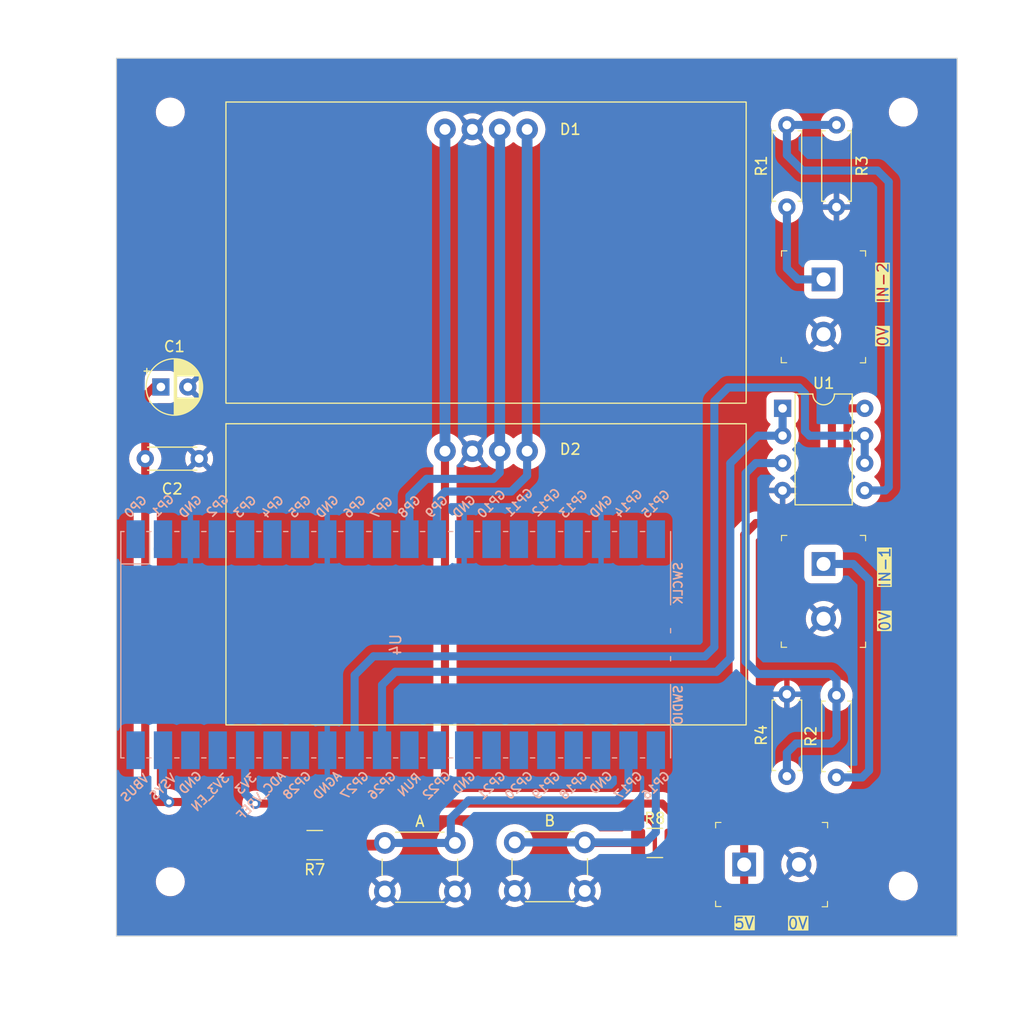
<source format=kicad_pcb>
(kicad_pcb (version 20221018) (generator pcbnew)

  (general
    (thickness 1.6)
  )

  (paper "A4")
  (layers
    (0 "F.Cu" signal)
    (31 "B.Cu" signal)
    (32 "B.Adhes" user "B.Adhesive")
    (33 "F.Adhes" user "F.Adhesive")
    (34 "B.Paste" user)
    (35 "F.Paste" user)
    (36 "B.SilkS" user "B.Silkscreen")
    (37 "F.SilkS" user "F.Silkscreen")
    (38 "B.Mask" user)
    (39 "F.Mask" user)
    (40 "Dwgs.User" user "User.Drawings")
    (41 "Cmts.User" user "User.Comments")
    (42 "Eco1.User" user "User.Eco1")
    (43 "Eco2.User" user "User.Eco2")
    (44 "Edge.Cuts" user)
    (45 "Margin" user)
    (46 "B.CrtYd" user "B.Courtyard")
    (47 "F.CrtYd" user "F.Courtyard")
    (48 "B.Fab" user)
    (49 "F.Fab" user)
    (50 "User.1" user)
    (51 "User.2" user)
    (52 "User.3" user)
    (53 "User.4" user)
    (54 "User.5" user)
    (55 "User.6" user)
    (56 "User.7" user)
    (57 "User.8" user)
    (58 "User.9" user)
  )

  (setup
    (stackup
      (layer "F.SilkS" (type "Top Silk Screen"))
      (layer "F.Paste" (type "Top Solder Paste"))
      (layer "F.Mask" (type "Top Solder Mask") (thickness 0.01))
      (layer "F.Cu" (type "copper") (thickness 0.035))
      (layer "dielectric 1" (type "core") (thickness 1.51) (material "FR4") (epsilon_r 4.5) (loss_tangent 0.02))
      (layer "B.Cu" (type "copper") (thickness 0.035))
      (layer "B.Mask" (type "Bottom Solder Mask") (thickness 0.01))
      (layer "B.Paste" (type "Bottom Solder Paste"))
      (layer "B.SilkS" (type "Bottom Silk Screen"))
      (copper_finish "None")
      (dielectric_constraints no)
    )
    (pad_to_mask_clearance 0)
    (pcbplotparams
      (layerselection 0x0001000_ffffffff)
      (plot_on_all_layers_selection 0x0000000_00000000)
      (disableapertmacros false)
      (usegerberextensions true)
      (usegerberattributes true)
      (usegerberadvancedattributes true)
      (creategerberjobfile false)
      (dashed_line_dash_ratio 12.000000)
      (dashed_line_gap_ratio 3.000000)
      (svgprecision 6)
      (plotframeref false)
      (viasonmask false)
      (mode 1)
      (useauxorigin false)
      (hpglpennumber 1)
      (hpglpenspeed 20)
      (hpglpendiameter 15.000000)
      (dxfpolygonmode true)
      (dxfimperialunits true)
      (dxfusepcbnewfont true)
      (psnegative false)
      (psa4output false)
      (plotreference true)
      (plotvalue true)
      (plotinvisibletext false)
      (sketchpadsonfab false)
      (subtractmaskfromsilk false)
      (outputformat 1)
      (mirror false)
      (drillshape 0)
      (scaleselection 1)
      (outputdirectory "gerbers/")
    )
  )

  (net 0 "")
  (net 1 "+5V")
  (net 2 "GND")
  (net 3 "/SDA")
  (net 4 "+3V3")
  (net 5 "/SCL")
  (net 6 "Net-(J2-Pad1)")
  (net 7 "Net-(J3-Pad1)")
  (net 8 "Net-(U1B-+)")
  (net 9 "Net-(U1A-+)")
  (net 10 "/INPUT1")
  (net 11 "/INPUT2")
  (net 12 "/SIGNAL_1")
  (net 13 "/SIGNAL_2")
  (net 14 "unconnected-(U4-GPIO0-Pad1)")
  (net 15 "unconnected-(U4-GPIO1-Pad2)")
  (net 16 "unconnected-(U4-GPIO2-Pad4)")
  (net 17 "unconnected-(U4-GPIO3-Pad5)")
  (net 18 "unconnected-(U4-GPIO4-Pad6)")
  (net 19 "unconnected-(U4-GPIO5-Pad7)")
  (net 20 "unconnected-(U4-GPIO6-Pad9)")
  (net 21 "unconnected-(U4-GPIO7-Pad10)")
  (net 22 "unconnected-(U4-GPIO10-Pad14)")
  (net 23 "unconnected-(U4-GPIO11-Pad15)")
  (net 24 "unconnected-(U4-GPIO12-Pad16)")
  (net 25 "unconnected-(U4-GPIO13-Pad17)")
  (net 26 "unconnected-(U4-GPIO14-Pad19)")
  (net 27 "unconnected-(U4-GPIO15-Pad20)")
  (net 28 "unconnected-(U4-GND-Pad23)")
  (net 29 "unconnected-(U4-GPIO18-Pad24)")
  (net 30 "unconnected-(U4-GPIO19-Pad25)")
  (net 31 "unconnected-(U4-GND-Pad28)")
  (net 32 "unconnected-(U4-GPIO22-Pad29)")
  (net 33 "unconnected-(U4-RUN-Pad30)")
  (net 34 "unconnected-(U4-GPIO28_ADC2-Pad34)")
  (net 35 "unconnected-(U4-ADC_VREF-Pad35)")
  (net 36 "unconnected-(U4-3V3_EN-Pad37)")
  (net 37 "unconnected-(U4-GND-Pad38)")
  (net 38 "unconnected-(U4-VBUS-Pad40)")
  (net 39 "unconnected-(U4-GPIO20-Pad26)")
  (net 40 "unconnected-(U4-GPIO21-Pad27)")

  (footprint "Resistor_THT:R_Axial_DIN0207_L6.3mm_D2.5mm_P7.62mm_Horizontal" (layer "F.Cu") (at 113 49.21 90))

  (footprint "Button_Switch_THT:SW_PUSH_6mm" (layer "F.Cu") (at 87.75 108.15))

  (footprint "Capacitor_THT:CP_Radial_D5.0mm_P2.50mm" (layer "F.Cu") (at 54.925 65.9))

  (footprint "digikey-footprints:Term_Block_1x2_P5.08MM" (layer "F.Cu") (at 116.4 82.32 -90))

  (footprint "digikey-footprints:Term_Block_1x2_P5.08MM" (layer "F.Cu") (at 109.038 110.2))

  (footprint "Resistor_THT:R_Axial_DIN0207_L6.3mm_D2.5mm_P7.62mm_Horizontal" (layer "F.Cu") (at 117.6 41.59 -90))

  (footprint "MountingHole:MountingHole_2.2mm_M2" (layer "F.Cu") (at 55.8 111.8))

  (footprint "Resistor_SMD:R_1210_3225Metric_Pad1.30x2.65mm_HandSolder" (layer "F.Cu") (at 100.75 108.2))

  (footprint "my library:7segment_adafruit_stripped" (layer "F.Cu") (at 86.36 64.23))

  (footprint "Resistor_THT:R_Axial_DIN0207_L6.3mm_D2.5mm_P7.62mm_Horizontal" (layer "F.Cu") (at 117.6 102.12 90))

  (footprint "MountingHole:MountingHole_2.2mm_M2" (layer "F.Cu") (at 123.8 40.4))

  (footprint "MountingHole:MountingHole_2.2mm_M2" (layer "F.Cu") (at 123.8 112.2))

  (footprint "Capacitor_THT:C_Disc_D4.3mm_W1.9mm_P5.00mm" (layer "F.Cu") (at 53.475 72.55))

  (footprint "Resistor_SMD:R_1210_3225Metric_Pad1.30x2.65mm_HandSolder" (layer "F.Cu") (at 69.2 108.4 180))

  (footprint "MountingHole:MountingHole_2.2mm_M2" (layer "F.Cu") (at 55.8 40.4))

  (footprint "my library:7segment_adafruit_stripped" (layer "F.Cu") (at 86.36 34.385))

  (footprint "digikey-footprints:Term_Block_1x2_P5.08MM" (layer "F.Cu") (at 116.4 55.92 -90))

  (footprint "Package_DIP:DIP-8_W7.62mm" (layer "F.Cu") (at 112.6 67.882))

  (footprint "Button_Switch_THT:SW_PUSH_6mm" (layer "F.Cu") (at 75.7 108.2))

  (footprint "Resistor_THT:R_Axial_DIN0207_L6.3mm_D2.5mm_P7.62mm_Horizontal" (layer "F.Cu") (at 113 102.02 90))

  (footprint "my library:RPi_Pico_SMD_TH_stripped_SMD" (layer "B.Cu") (at 76.71 89.81 -90))

  (gr_rect (start 50.8 35.4) (end 128.8 116.84)
    (stroke (width 0.1) (type solid)) (fill none) (layer "Edge.Cuts") (tstamp 6709ab9a-0dd4-48a6-9172-b6d0c5b11250))
  (gr_text "0V" (at 122.5 62.225 90) (layer "F.SilkS" knockout) (tstamp 10d8e201-cd63-44ff-be5e-e1d5e62db4f3)
    (effects (font (size 1 1) (thickness 0.15)) (justify left bottom))
  )
  (gr_text "IN-1" (at 122.675 84.6 90) (layer "F.SilkS" knockout) (tstamp 3dd233c9-9d38-450c-bd46-463af503c2af)
    (effects (font (size 1 1) (thickness 0.15)) (justify left bottom))
  )
  (gr_text "IN-2" (at 122.5 58.175 90) (layer "F.SilkS" knockout) (tstamp bb7cfc04-d289-46b7-9e46-1d78be5e8124)
    (effects (font (size 1 1) (thickness 0.15)) (justify left bottom))
  )
  (gr_text "5V" (at 108.025 116.25) (layer "F.SilkS" knockout) (tstamp d4dad084-e4f3-44fa-aba7-da7ceb49526d)
    (effects (font (size 1 1) (thickness 0.15)) (justify left bottom))
  )
  (gr_text "0V" (at 113 116.275) (layer "F.SilkS" knockout) (tstamp e1882db1-fab5-467e-b66b-b88d3a0f1770)
    (effects (font (size 1 1) (thickness 0.15)) (justify left bottom))
  )
  (gr_text "0V" (at 122.675 88.65 90) (layer "F.SilkS" knockout) (tstamp f36d680e-935e-4cd7-a700-302138f1af2f)
    (effects (font (size 1 1) (thickness 0.15)) (justify left bottom))
  )

  (segment (start 109.038 110.2) (end 109.038 79.612) (width 0.75) (layer "F.Cu") (net 1) (tstamp 05ab8674-008b-46a3-9ee4-9f063931fb12))
  (segment (start 61.575 114.35) (end 62.675 115.45) (width 0.75) (layer "F.Cu") (net 1) (tstamp 12c7155c-a880-4891-8bf2-732a16c281c0))
  (segment (start 55.675 104.4) (end 59.525 104.4) (width 0.75) (layer "F.Cu") (net 1) (tstamp 203e19e8-3748-45c6-9618-36c466164e61))
  (segment (start 108.05 115.45) (end 109.038 114.462) (width 0.75) (layer "F.Cu") (net 1) (tstamp 21a8a698-dd07-4845-af9d-e3931a2587f3))
  (segment (start 61.575 106.45) (end 61.575 114.35) (width 0.75) (layer "F.Cu") (net 1) (tstamp 37e48445-f11e-4124-91d0-fd7e950833fe))
  (segment (start 54.6 104.4) (end 53.475 103.275) (width 0.75) (layer "F.Cu") (net 1) (tstamp 462c457e-c69a-41de-a702-c00314ead255))
  (segment (start 53.475 72.55) (end 53.475 66.7) (width 0.75) (layer "F.Cu") (net 1) (tstamp 48d239b9-96e5-4bc4-8c02-71eba072a73d))
  (segment (start 53.475 103.275) (end 53.475 72.55) (width 0.75) (layer "F.Cu") (net 1) (tstamp 4f9412a4-f154-4d8d-ab65-c7a5b2ce4aad))
  (segment (start 110.125 78.525) (end 116.15 78.525) (width 0.75) (layer "F.Cu") (net 1) (tstamp 50bffa1f-ee85-49f1-bd45-2eabc3d48e65))
  (segment (start 54.275 65.9) (end 54.925 65.9) (width 0.75) (layer "F.Cu") (net 1) (tstamp 56f8ddbb-9323-4e59-8c1a-0fb3893b9ca6))
  (segment (start 59.525 104.4) (end 61.575 106.45) (width 0.75) (layer "F.Cu") (net 1) (tstamp 5bdf965d-3fee-43ce-ac00-7777b72bf528))
  (segment (start 55.675 104.4) (end 54.6 104.4) (width 0.75) (layer "F.Cu") (net 1) (tstamp 6224efab-fe95-40b5-acc0-f1c13eceb9b6))
  (segment (start 109.038 114.462) (end 109.038 110.2) (width 0.75) (layer "F.Cu") (net 1) (tstamp 66d377d3-5a9e-489f-acb9-6ea7ae757d83))
  (segment (start 117.175 77.5) (end 117.175 68.325) (width 0.75) (layer "F.Cu") (net 1) (tstamp 73aef2de-e067-4cda-9895-e070e1ef86ca))
  (segment (start 53.475 66.7) (end 54.275 65.9) (width 0.75) (layer "F.Cu") (net 1) (tstamp 76ba396a-52c5-4080-bf01-9caf893c593e))
  (segment (start 117.175 68.325) (end 117.618 67.882) (width 0.75) (layer "F.Cu") (net 1) (tstamp 86c06a80-7913-419d-88d6-51d8962cccd1))
  (segment (start 62.675 115.45) (end 108.05 115.45) (width 0.75) (layer "F.Cu") (net 1) (tstamp 87ac47cb-1c9b-4755-a563-62c04c1ab4d9))
  (segment (start 116.15 78.525) (end 117.175 77.5) (width 0.75) (layer "F.Cu") (net 1) (tstamp c8e06e4a-1478-484b-a981-b80b93b5f9fd))
  (segment (start 117.618 67.882) (end 120.22 67.882) (width 0.75) (layer "F.Cu") (net 1) (tstamp cb4fccf4-ff9e-4f4a-b862-2eea037f760a))
  (segment (start 109.038 79.612) (end 110.125 78.525) (width 0.75) (layer "F.Cu") (net 1) (tstamp e3749ba5-b4ed-426f-95f9-0d7758a4e0ae))
  (via (at 55.675 104.4) (size 1) (drill 0.5) (layers "F.Cu" "B.Cu") (net 1) (tstamp c3cd1b6e-7f4f-4fb6-b048-c8570c5f3786))
  (segment (start 55.675 104.4) (end 55.12 103.845) (width 0.75) (layer "B.Cu") (net 1) (tstamp 2251d8a8-eea2-4d1c-9513-9eec398b47a7))
  (segment (start 55.12 103.845) (end 55.12 98.7) (width 0.75) (layer "B.Cu") (net 1) (tstamp 3b405420-e8f7-48cc-9b5a-3bef56bc4c8c))
  (segment (start 86.36 71.85) (end 86.36 42.005) (width 1) (layer "B.Cu") (net 3) (tstamp 0ecb9aa6-fe55-487c-b6be-7f00a513b7a5))
  (segment (start 79.575 74.425) (end 85.775 74.425) (width 0.75) (layer "B.Cu") (net 3) (tstamp 6d420ec0-ee06-4089-a84d-313f5da4b685))
  (segment (start 86.36 73.84) (end 86.36 71.85) (width 0.75) (layer "B.Cu") (net 3) (tstamp ba62438d-718a-417b-bdd8-bc721bc3248e))
  (segment (start 77.98 76.02) (end 79.575 74.425) (width 0.75) (layer "B.Cu") (net 3) (tstamp c8f08d4d-e17f-45ea-ae22-a6d395ac270a))
  (segment (start 85.775 74.425) (end 86.36 73.84) (width 0.75) (layer "B.Cu") (net 3) (tstamp d27dee7d-cfc1-4d07-b007-47a070c4731d))
  (segment (start 77.98 80.92) (end 77.98 76.02) (width 0.75) (layer "B.Cu") (net 3) (tstamp fbee50a0-3984-43c0-8b87-f209047b07a8))
  (segment (start 81.025 104.55) (end 101.425 104.55) (width 0.75) (layer "F.Cu") (net 4) (tstamp 15136b18-0a0d-4c82-bc6a-387dc069d4cf))
  (segment (start 67.65 104.7) (end 67.5 104.55) (width 0.75) (layer "F.Cu") (net 4) (tstamp 24dbe1be-abb8-4c11-b31d-d8d9b2ec3b5b))
  (segment (start 67.5 104.55) (end 81.025 104.55) (width 0.75) (layer "F.Cu") (net 4) (tstamp 257e15e9-2fa8-4080-b76a-02ade6f41bb0))
  (segment (start 63.675 104.55) (end 67.5 104.55) (width 0.75) (layer "F.Cu") (net 4) (tstamp 2fb561fd-1085-4db2-8b3b-0b59f6d0478e))
  (segment (start 81.28 71.85) (end 81.28 104.295) (width 0.75) (layer "F.Cu") (net 4) (tstamp 41a02d7f-dae2-4cbc-aa44-71ff1ed70d65))
  (segment (start 81.28 104.295) (end 81.025 104.55) (width 0.75) (layer "F.Cu") (net 4) (tstamp 5b3f4948-ce42-450d-a3ec-d178eaca53db))
  (segment (start 101.425 104.55) (end 102.3 105.425) (width 0.75) (layer "F.Cu") (net 4) (tstamp cbae2dee-09ea-4d8f-b6ab-271aaca62fb7))
  (segment (start 67.65 108.4) (end 67.65 104.7) (width 0.75) (layer "F.Cu") (net 4) (tstamp d59ed0ba-4545-4020-b789-051e7a36a8ea))
  (segment (start 102.3 105.425) (end 102.3 108.2) (width 0.75) (layer "F.Cu") (net 4) (tstamp e631703a-df73-451a-8736-709ee8c974a4))
  (via (at 63.675 104.55) (size 1) (drill 0.5) (layers "F.Cu" "B.Cu") (net 4) (tstamp 5116e8b1-9710-4429-ad08-f5634d45bd4b))
  (segment (start 62.74 103.615) (end 63.675 104.55) (width 0.75) (layer "B.Cu") (net 4) (tstamp 589b08b5-b50b-4e22-8e89-c2dbe1a6b1d0))
  (segment (start 81.28 71.85) (end 81.28 42.005) (width 1) (layer "B.Cu") (net 4) (tstamp b80a5c3f-e2ea-4d47-8ea6-55513c368ce0))
  (segment (start 62.74 98.7) (end 62.74 103.615) (width 0.75) (layer "B.Cu") (net 4) (tstamp ed980d3a-06a2-42c0-a827-9970e3da51d9))
  (segment (start 87.425 75.6) (end 88.9 74.125) (width 0.75) (layer "B.Cu") (net 5) (tstamp 08875a84-79d4-4f81-8305-2b8d10d8cd23))
  (segment (start 81.3 75.6) (end 87.425 75.6) (width 0.75) (layer "B.Cu") (net 5) (tstamp 1951f322-b7d4-43ba-82c3-02a3846f0f94))
  (segment (start 88.9 71.85) (end 88.9 42.005) (width 1) (layer "B.Cu") (net 5) (tstamp 20c30e34-1030-4a47-bb9d-11ecb60d47fd))
  (segment (start 80.52 76.38) (end 81.3 75.6) (width 0.75) (layer "B.Cu") (net 5) (tstamp 85a11f70-ddcb-43b9-93dc-ecb208177bb9))
  (segment (start 88.9 74.125) (end 88.9 71.85) (width 0.75) (layer "B.Cu") (net 5) (tstamp 863c69ff-2f34-437f-a775-00d74104f9d9))
  (segment (start 80.52 80.92) (end 80.52 76.38) (width 0.75) (layer "B.Cu") (net 5) (tstamp ad8af92e-baa3-4d55-a2d1-a3f20d25d847))
  (segment (start 119.98 102.12) (end 120.625 101.475) (width 0.75) (layer "B.Cu") (net 6) (tstamp 1061d39d-0603-4c0f-9287-ba26c6e22bae))
  (segment (start 120.625 83.8) (end 119.145 82.32) (width 0.75) (layer "B.Cu") (net 6) (tstamp 1a83a921-0227-4bee-96dc-7d7ab856ee91))
  (segment (start 117.6 102.12) (end 119.98 102.12) (width 0.75) (layer "B.Cu") (net 6) (tstamp aec6a22e-19c1-443b-815a-a31770cb1157))
  (segment (start 119.145 82.32) (end 116.4 82.32) (width 0.75) (layer "B.Cu") (net 6) (tstamp de30f6d3-505c-4564-bdf1-cb841c05ae9a))
  (segment (start 120.625 101.475) (end 120.625 83.8) (width 0.75) (layer "B.Cu") (net 6) (tstamp fd3d1a66-4892-4f0a-bba0-8b304c907f11))
  (segment (start 113 49.21) (end 113 54.9) (width 0.75) (layer "B.Cu") (net 7) (tstamp 011eb7f0-d1af-4f53-836e-e9793786e587))
  (segment (start 113 54.9) (end 114.02 55.92) (width 0.75) (layer "B.Cu") (net 7) (tstamp 44652647-8446-4278-9a74-bf402db0da71))
  (segment (start 114.02 55.92) (end 116.4 55.92) (width 0.75) (layer "B.Cu") (net 7) (tstamp 7b914433-1bcd-467c-82a6-3cefda1d0223))
  (segment (start 122.123 75.502) (end 122.45 75.175) (width 0.75) (layer "B.Cu") (net 8) (tstamp 115efd2f-a609-4437-bcb0-d52bd7bf15a0))
  (segment (start 121.4 45.825) (end 114.45 45.825) (width 0.75) (layer "B.Cu") (net 8) (tstamp 22675cfe-bfb4-4543-84b9-77993ccd273e))
  (segment (start 120.22 75.502) (end 122.123 75.502) (width 0.75) (layer "B.Cu") (net 8) (tstamp 33a75423-c02b-4740-9b13-43a23920d72a))
  (segment (start 122.45 46.875) (end 121.4 45.825) (width 0.75) (layer "B.Cu") (net 8) (tstamp 77d46cfb-97e4-496d-954a-374bf7e777d8))
  (segment (start 113 41.59) (end 117.6 41.59) (width 0.75) (layer "B.Cu") (net 8) (tstamp 7f7480bf-a343-44b5-b84a-0605527bfb92))
  (segment (start 122.45 75.175) (end 122.45 46.875) (width 0.75) (layer "B.Cu") (net 8) (tstamp 8a3e9431-c17d-46f0-b5f3-5b1ab41c20f9))
  (segment (start 114.45 45.825) (end 113 44.375) (width 0.75) (layer "B.Cu") (net 8) (tstamp 8ba634d8-d114-4e83-8f6c-ed770bac4160))
  (segment (start 113 44.375) (end 113 41.59) (width 0.75) (layer "B.Cu") (net 8) (tstamp aab57b99-fba1-49e0-bc91-757aae07705d))
  (segment (start 117.6 98.475) (end 117.6 94.5) (width 0.75) (layer "B.Cu") (net 9) (tstamp 0ad6b293-1f7e-4cb1-a514-19978a6cfacb))
  (segment (start 117.6 94.5) (end 117.6 93.05) (width 0.75) (layer "B.Cu") (net 9) (tstamp 17412e1b-88cb-480f-804f-b9f8ed224c14))
  (segment (start 113 102.02) (end 113 99.825) (width 0.75) (layer "B.Cu") (net 9) (tstamp 2203804c-ea46-4fd8-8e24-7994b715123e))
  (segment (start 109.175 91.375) (end 109.175 73.9) (width 0.75) (layer "B.Cu") (net 9) (tstamp 29d356e9-454b-4261-888e-8e073993607c))
  (segment (start 117.6 93.05) (end 117.075 92.525) (width 0.75) (layer "B.Cu") (net 9) (tstamp 4e6e1ab8-3745-49cf-a7cb-ae31981c6446))
  (segment (start 113 99.825) (end 113.85 98.975) (width 0.75) (layer "B.Cu") (net 9) (tstamp 5ad4563e-a4c2-47ba-add0-9198111b0a33))
  (segment (start 117.1 98.975) (end 117.6 98.475) (width 0.75) (layer "B.Cu") (net 9) (tstamp 7437fac4-0704-4625-adf6-9d55e2b03e80))
  (segment (start 117.075 92.525) (end 110.325 92.525) (width 0.75) (layer "B.Cu") (net 9) (tstamp 75cac9a9-ffee-4c5e-9f04-58a4032f6b70))
  (segment (start 110.113 72.962) (end 112.6 72.962) (width 0.75) (layer "B.Cu") (net 9) (tstamp 7663df39-e351-45ab-b88c-11d4472bdcd9))
  (segment (start 110.325 92.525) (end 109.175 91.375) (width 0.75) (layer "B.Cu") (net 9) (tstamp 99322f8a-851c-43de-81d2-8479a32716dd))
  (segment (start 113.85 98.975) (end 117.1 98.975) (width 0.75) (layer "B.Cu") (net 9) (tstamp 9a1e5185-d02b-468a-afec-76220bad9940))
  (segment (start 109.175 73.9) (end 110.113 72.962) (width 0.75) (layer "B.Cu") (net 9) (tstamp dcfd1594-7c78-4fe1-855b-326d200c3ff8))
  (segment (start 70.75 108.4) (end 75.5 108.4) (width 1) (layer "F.Cu") (net 10) (tstamp c7288835-bcdc-4911-b890-f04423d4391e))
  (segment (start 75.5 108.4) (end 75.7 108.2) (width 1) (layer "F.Cu") (net 10) (tstamp cfb783a6-4ac4-4e4d-a96f-eb03402bba44))
  (segment (start 81.826 108.2) (end 82.2 108.2) (width 0.75) (layer "B.Cu") (net 10) (tstamp 1beb15eb-44ef-43e0-bbf5-23ecf096de45))
  (segment (start 98.3 103.175) (end 98.3 98.7) (width 0.75) (layer "B.Cu") (net 10) (tstamp 32f7f9c8-2eb5-4f4a-b946-fb8f0e7bae0d))
  (segment (start 97.225 104.25) (end 98.3 103.175) (width 0.75) (layer "B.Cu") (net 10) (tstamp 6da4e7fb-0c2a-424c-b0cc-9b2bbf106de5))
  (segment (start 81.826 108.2) (end 81.826 105.899) (width 0.75) (layer "B.Cu") (net 10) (tstamp 80e0703f-6bc7-40dd-b30c-b325becb3e74))
  (segment (start 81.826 105.899) (end 83.475 104.25) (width 0.75) (layer "B.Cu") (net 10) (tstamp d506cba6-adf9-45d1-91ea-cbeaf7409bb1))
  (segment (start 75.7 108.2) (end 81.826 108.2) (width 0.75) (layer "B.Cu") (net 10) (tstamp d8e219b0-3b79-4ad1-8985-ce7caafd5080))
  (segment (start 83.475 104.25) (end 97.225 104.25) (width 0.75) (layer "B.Cu") (net 10) (tstamp e7c793dd-1644-4697-9e95-798fa52197ae))
  (segment (start 94.25 108.2) (end 94.25 108.15) (width 0.75) (layer "F.Cu") (net 11) (tstamp 2a7afa4c-1a9a-4a3c-9e8b-37ca6f0f49cf))
  (segment (start 99.2 108.2) (end 94.25 108.2) (width 0.75) (layer "F.Cu") (net 11) (tstamp 7633d442-e0ae-455e-be23-6d629a29580b))
  (segment (start 94.25 108.15) (end 99.89 108.15) (width 0.75) (layer "B.Cu") (net 11) (tstamp 06daac08-1b35-4e5f-9225-bd77f5b1e36c))
  (segment (start 99.89 108.15) (end 100.84 107.2) (width 0.75) (layer "B.Cu") (net 11) (tstamp 126edc9b-30f6-4e8c-93b4-7eb601aa18bc))
  (segment (start 87.75 108.15) (end 94.25 108.15) (width 0.75) (layer "B.Cu") (net 11) (tstamp 289d63ff-30a3-4456-953c-7d34fbd940d4))
  (segment (start 100.84 107.2) (end 100.84 98.7) (width 0.75) (layer "B.Cu") (net 11) (tstamp e181e65b-3346-4df6-8383-357311a63449))
  (segment (start 112.6 70.422) (end 110.303 70.422) (width 0.75) (layer "B.Cu") (net 12) (tstamp 1cbf0cc7-a453-4870-b041-aaf71984076e))
  (segment (start 75.44 93.5423) (end 75.44 98.7) (width 0.75) (layer "B.Cu") (net 12) (tstamp 2e3a52be-4fc7-41e1-986f-1cfd35ec0a9a))
  (segment (start 107.75 91.05) (end 106.475 92.325) (width 0.75) (layer "B.Cu") (net 12) (tstamp 3dff4035-21cb-4b78-9413-365f06b1923f))
  (segment (start 110.303 70.422) (end 107.75 72.975) (width 0.75) (layer "B.Cu") (net 12) (tstamp 6b627672-ea57-4fd5-b0b0-ea9ef0a8de2d))
  (segment (start 107.75 72.975) (end 107.75 91.05) (width 0.75) (layer "B.Cu") (net 12) (tstamp 6e5b88b6-1cfa-46a3-9507-b75e22e15111))
  (segment (start 76.6573 92.325) (end 75.44 93.5423) (width 0.75) (layer "B.Cu") (net 12) (tstamp a54e1d0e-ccd6-4bf2-84d6-7d7698db875e))
  (segment (start 112.6 67.882) (end 112.6 70.422) (width 0.75) (layer "B.Cu") (net 12) (tstamp bafdd7f3-11a1-4417-85ab-28182f8ec38d))
  (segment (start 106.475 92.325) (end 76.6573 92.325) (width 0.75) (layer "B.Cu") (net 12) (tstamp f58119a9-b9c8-4c6b-9f4d-6ad9f7a88179))
  (segment (start 114.1246 65.95) (end 114.6746 66.5) (width 0.75) (layer "B.Cu") (net 13) (tstamp 0a4838e4-d385-4cc3-b36b-2e9f05bb5e08))
  (segment (start 114.6746 69.9996) (end 115.097 70.422) (width 0.75) (layer "B.Cu") (net 13) (tstamp 2c2e9358-e431-486e-95f2-8094fae191f7))
  (segment (start 72.9 98.7) (end 72.9 92.6341) (width 0.75) (layer "B.Cu") (net 13) (tstamp 2f6c0a28-aab2-4cf3-8ccb-36bbe64828e7))
  (segment (start 106.2698 90.025) (end 106.2698 67.2302) (width 0.75) (layer "B.Cu") (net 13) (tstamp 4a8e07ee-982d-4c90-9f6b-5af3d6a71015))
  (segment (start 106.2698 67.2302) (end 107.55 65.95) (width 0.75) (layer "B.Cu") (net 13) (tstamp 649f8e4e-92eb-4196-bfea-f434bd40757f))
  (segment (start 105.4107 90.8841) (end 106.2698 90.025) (width 0.75) (layer "B.Cu") (net 13) (tstamp 65bef48d-4108-47d5-b774-db83b05c17b7))
  (segment (start 114.6746 66.5) (end 114.6746 69.9996) (width 0.75) (layer "B.Cu") (net 13) (tstamp 7e65c086-20d6-4c4b-838a-9f261b277bae))
  (segment (start 74.65 90.8841) (end 105.4107 90.8841) (width 0.75) (layer "B.Cu") (net 13) (tstamp 90bbf8d9-05cf-4bc2-a56e-cc9df807cd61))
  (segment (start 120.22 70.422) (end 120.22 72.962) (width 0.75) (layer "B.Cu") (net 13) (tstamp b09de1bf-430b-4ded-9b80-70bb5db6aaad))
  (segment (start 107.55 65.95) (end 114.1246 65.95) (width 0.75) (layer "B.Cu") (net 13) (tstamp c0e81fec-ff90-4238-9bf3-6567808f8baa))
  (segment (start 72.9 92.6341) (end 74.65 90.8841) (width 0.75) (layer "B.Cu") (net 13) (tstamp c5397056-f47c-4004-89ba-cf0660c1b589))
  (segment (start 115.097 70.422) (end 120.22 70.422) (width 0.75) (layer "B.Cu") (net 13) (tstamp ebe3f70e-e214-4b58-94a3-977bf23bfe80))

  (zone (net 2) (net_name "GND") (layers "F&B.Cu") (tstamp 0446f2a3-06ff-47f3-bb27-51c899fc9766) (hatch edge 0.5)
    (connect_pads (clearance 0.7))
    (min_thickness 0.25) (filled_areas_thickness no)
    (fill yes (thermal_gap 0.5) (thermal_bridge_width 0.5))
    (polygon
      (pts
        (xy 40 30)
        (xy 135 30)
        (xy 135 125)
        (xy 40 125)
      )
    )
    (filled_polygon
      (layer "F.Cu")
      (pts
        (xy 128.7375 35.417113)
        (xy 128.782887 35.4625)
        (xy 128.7995 35.5245)
        (xy 128.7995 116.7155)
        (xy 128.782887 116.7775)
        (xy 128.7375 116.822887)
        (xy 128.6755 116.8395)
        (xy 50.9245 116.8395)
        (xy 50.8625 116.822887)
        (xy 50.817113 116.7775)
        (xy 50.8005 116.7155)
        (xy 50.8005 111.799999)
        (xy 54.44434 111.799999)
        (xy 54.464936 112.035407)
        (xy 54.526097 112.263662)
        (xy 54.526097 112.263663)
        (xy 54.625965 112.477829)
        (xy 54.761505 112.671401)
        (xy 54.928599 112.838495)
        (xy 55.122171 112.974035)
        (xy 55.336337 113.073903)
        (xy 55.564591 113.135062)
        (xy 55.564592 113.135063)
        (xy 55.741032 113.1505)
        (xy 55.741034 113.1505)
        (xy 55.858966 113.1505)
        (xy 55.858968 113.1505)
        (xy 55.976593 113.140208)
        (xy 56.035408 113.135063)
        (xy 56.263663 113.073903)
        (xy 56.477829 112.974035)
        (xy 56.671401 112.838495)
        (xy 56.838495 112.671401)
        (xy 56.974035 112.47783)
        (xy 57.073903 112.263663)
        (xy 57.135063 112.035408)
        (xy 57.155659 111.8)
        (xy 57.137251 111.589606)
        (xy 57.135063 111.564592)
        (xy 57.128207 111.539006)
        (xy 57.073903 111.336337)
        (xy 56.974035 111.122171)
        (xy 56.838495 110.928599)
        (xy 56.671401 110.761505)
        (xy 56.477829 110.625965)
        (xy 56.263663 110.526097)
        (xy 56.263662 110.526096)
        (xy 56.035407 110.464936)
        (xy 55.858968 110.4495)
        (xy 55.858966 110.4495)
        (xy 55.741034 110.4495)
        (xy 55.741032 110.4495)
        (xy 55.564592 110.464936)
        (xy 55.336336 110.526097)
        (xy 55.12217 110.625965)
        (xy 54.928598 110.761505)
        (xy 54.761508 110.928595)
        (xy 54.625964 111.122172)
        (xy 54.526097 111.336337)
        (xy 54.464936 111.564592)
        (xy 54.44434 111.799999)
        (xy 50.8005 111.799999)
        (xy 50.8005 72.549999)
        (xy 51.969356 72.549999)
        (xy 51.989891 72.797816)
        (xy 51.989891 72.797819)
        (xy 51.989892 72.797821)
        (xy 52.050937 73.038881)
        (xy 52.066171 73.07361)
        (xy 52.150825 73.266604)
        (xy 52.150827 73.266607)
        (xy 52.286836 73.474785)
        (xy 52.36673 73.561573)
        (xy 52.391017 73.600481)
        (xy 52.3995 73.645556)
        (xy 52.3995 103.174852)
        (xy 52.397783 103.195418)
        (xy 52.39736 103.197927)
        (xy 52.399465 103.286311)
        (xy 52.3995 103.289262)
        (xy 52.3995 103.326237)
        (xy 52.400298 103.334599)
        (xy 52.400824 103.343427)
        (xy 52.402249 103.403265)
        (xy 52.40889 103.433798)
        (xy 52.411161 103.448363)
        (xy 52.414131 103.479464)
        (xy 52.430997 103.536904)
        (xy 52.433186 103.545481)
        (xy 52.445908 103.603963)
        (xy 52.458209 103.63269)
        (xy 52.463197 103.646565)
        (xy 52.471999 103.676544)
        (xy 52.499422 103.729737)
        (xy 52.503194 103.737743)
        (xy 52.52676 103.792776)
        (xy 52.54428 103.818662)
        (xy 52.551803 103.831342)
        (xy 52.566114 103.859102)
        (xy 52.566116 103.859104)
        (xy 52.603128 103.906168)
        (xy 52.608336 103.913302)
        (xy 52.641884 103.96287)
        (xy 52.641885 103.962871)
        (xy 52.641888 103.962875)
        (xy 52.663989 103.984976)
        (xy 52.673763 103.995988)
        (xy 52.693084 104.020556)
        (xy 52.73832 104.059753)
        (xy 52.744798 104.065785)
        (xy 53.76869 105.089677)
        (xy 53.782014 105.105428)
        (xy 53.783492 105.107504)
        (xy 53.847487 105.168523)
        (xy 53.849598 105.170585)
        (xy 53.875731 105.196718)
        (xy 53.882207 105.202065)
        (xy 53.888828 105.207941)
        (xy 53.932146 105.249245)
        (xy 53.958425 105.266133)
        (xy 53.970332 105.274827)
        (xy 53.994432 105.294726)
        (xy 53.998115 105.296737)
        (xy 54.046964 105.32341)
        (xy 54.054573 105.327924)
        (xy 54.09914 105.356566)
        (xy 54.104938 105.360292)
        (xy 54.133944 105.371904)
        (xy 54.147287 105.378191)
        (xy 54.174701 105.393161)
        (xy 54.231708 105.411384)
        (xy 54.240037 105.414377)
        (xy 54.295618 105.436629)
        (xy 54.326296 105.442541)
        (xy 54.340577 105.446185)
        (xy 54.370346 105.455702)
        (xy 54.429805 105.46281)
        (xy 54.438504 105.464167)
        (xy 54.497302 105.4755)
        (xy 54.528547 105.4755)
        (xy 54.543266 105.476376)
        (xy 54.574289 105.480086)
        (xy 54.63399 105.475815)
        (xy 54.642836 105.4755)
        (xy 55.104748 105.4755)
        (xy 55.149538 105.483872)
        (xy 55.34506 105.559618)
        (xy 55.563757 105.6005)
        (xy 55.786241 105.6005)
        (xy 55.786243 105.6005)
        (xy 56.00494 105.559618)
        (xy 56.200461 105.483872)
        (xy 56.245252 105.4755)
        (xy 59.028151 105.4755)
        (xy 59.075604 105.484939)
        (xy 59.115832 105.511819)
        (xy 60.463181 106.859168)
        (xy 60.490061 106.899396)
        (xy 60.4995 106.946849)
        (xy 60.4995 114.249852)
        (xy 60.497783 114.270418)
        (xy 60.49736 114.272927)
        (xy 60.499465 114.361311)
        (xy 60.4995 114.364262)
        (xy 60.4995 114.401237)
        (xy 60.500298 114.409599)
        (xy 60.500824 114.418427)
        (xy 60.502249 114.478265)
        (xy 60.50889 114.508798)
        (xy 60.511161 114.523363)
        (xy 60.514131 114.554464)
        (xy 60.530997 114.611904)
        (xy 60.533186 114.620481)
        (xy 60.545908 114.678963)
        (xy 60.558209 114.70769)
        (xy 60.563197 114.721565)
        (xy 60.571999 114.751544)
        (xy 60.599422 114.804737)
        (xy 60.603194 114.812743)
        (xy 60.62676 114.867776)
        (xy 60.64428 114.893662)
        (xy 60.651803 114.906342)
        (xy 60.666114 114.934102)
        (xy 60.666116 114.934104)
        (xy 60.703128 114.981168)
        (xy 60.708336 114.988302)
        (xy 60.741884 115.03787)
        (xy 60.741885 115.037871)
        (xy 60.741888 115.037875)
        (xy 60.763989 115.059976)
        (xy 60.773763 115.070988)
        (xy 60.793084 115.095556)
        (xy 60.83832 115.134753)
        (xy 60.844798 115.140785)
        (xy 61.84369 116.139677)
        (xy 61.857014 116.155428)
        (xy 61.858492 116.157504)
        (xy 61.922487 116.218523)
        (xy 61.924598 116.220585)
        (xy 61.950731 116.246718)
        (xy 61.957207 116.252065)
        (xy 61.963828 116.257941)
        (xy 62.007146 116.299245)
        (xy 62.033425 116.316133)
        (xy 62.045332 116.324827)
        (xy 62.069432 116.344726)
        (xy 62.12197 116.373413)
        (xy 62.129568 116.377921)
        (xy 62.175829 116.407652)
        (xy 62.179939 116.410293)
        (xy 62.208944 116.421904)
        (xy 62.222288 116.428191)
        (xy 62.249702 116.44316)
        (xy 62.249704 116.443161)
        (xy 62.280486 116.453001)
        (xy 62.306713 116.461385)
        (xy 62.315038 116.464378)
        (xy 62.370618 116.486629)
        (xy 62.401296 116.492541)
        (xy 62.415587 116.496189)
        (xy 62.445341 116.505701)
        (xy 62.445343 116.505701)
        (xy 62.445346 116.505702)
        (xy 62.504813 116.512811)
        (xy 62.513495 116.514165)
        (xy 62.572302 116.5255)
        (xy 62.603547 116.5255)
        (xy 62.618267 116.526376)
        (xy 62.64929 116.530086)
        (xy 62.708991 116.525815)
        (xy 62.717837 116.5255)
        (xy 107.949852 116.5255)
        (xy 107.970413 116.527216)
        (xy 107.972925 116.527639)
        (xy 107.972926 116.527638)
        (xy 107.972927 116.527639)
        (xy 108.061311 116.525535)
        (xy 108.064262 116.5255)
        (xy 108.101236 116.5255)
        (xy 108.109585 116.524702)
        (xy 108.118419 116.524174)
        (xy 108.178263 116.522751)
        (xy 108.208802 116.516107)
        (xy 108.223348 116.513838)
        (xy 108.254466 116.510868)
        (xy 108.311917 116.493997)
        (xy 108.320463 116.491816)
        (xy 108.378965 116.479091)
        (xy 108.407702 116.466784)
        (xy 108.421553 116.461805)
        (xy 108.451541 116.453001)
        (xy 108.504765 116.425561)
        (xy 108.512711 116.421817)
        (xy 108.567777 116.398238)
        (xy 108.593656 116.380721)
        (xy 108.606327 116.373203)
        (xy 108.634104 116.358884)
        (xy 108.681176 116.321864)
        (xy 108.688263 116.316689)
        (xy 108.737875 116.283112)
        (xy 108.759969 116.261016)
        (xy 108.77099 116.251233)
        (xy 108.795556 116.231916)
        (xy 108.834768 116.186661)
        (xy 108.840773 116.180212)
        (xy 109.727677 115.293308)
        (xy 109.743433 115.279982)
        (xy 109.745506 115.278506)
        (xy 109.806545 115.214488)
        (xy 109.808568 115.212418)
        (xy 109.834716 115.186271)
        (xy 109.834716 115.18627)
        (xy 109.83472 115.186267)
        (xy 109.840068 115.179788)
        (xy 109.845936 115.173176)
        (xy 109.887245 115.129854)
        (xy 109.904143 115.103557)
        (xy 109.912815 115.09168)
        (xy 109.932726 115.067568)
        (xy 109.96143 115.014997)
        (xy 109.965912 115.007443)
        (xy 109.998291 114.957064)
        (xy 110.009909 114.92804)
        (xy 110.016182 114.914726)
        (xy 110.031161 114.887296)
        (xy 110.049391 114.830266)
        (xy 110.052361 114.822001)
        (xy 110.074629 114.766382)
        (xy 110.080544 114.73569)
        (xy 110.084188 114.721414)
        (xy 110.086406 114.714476)
        (xy 110.093702 114.691654)
        (xy 110.100811 114.632185)
        (xy 110.102164 114.623507)
        (xy 110.1135 114.564698)
        (xy 110.1135 114.533453)
        (xy 110.114377 114.518731)
        (xy 110.118086 114.487709)
        (xy 110.113816 114.42801)
        (xy 110.1135 114.419163)
        (xy 110.1135 112.2)
        (xy 122.44434 112.2)
        (xy 122.464936 112.435407)
        (xy 122.522436 112.65)
        (xy 122.526097 112.663663)
        (xy 122.625965 112.877829)
        (xy 122.761505 113.071401)
        (xy 122.928599 113.238495)
        (xy 123.122171 113.374035)
        (xy 123.336337 113.473903)
        (xy 123.564591 113.535062)
        (xy 123.564592 113.535063)
        (xy 123.741032 113.5505)
        (xy 123.741034 113.5505)
        (xy 123.858966 113.5505)
        (xy 123.858968 113.5505)
        (xy 123.976593 113.540208)
        (xy 124.035408 113.535063)
        (xy 124.263663 113.473903)
        (xy 124.477829 113.374035)
        (xy 124.671401 113.238495)
        (xy 124.838495 113.071401)
        (xy 124.974035 112.87783)
        (xy 125.073903 112.663663)
        (xy 125.135063 112.435408)
        (xy 125.155659 112.2)
        (xy 125.135063 111.964592)
        (xy 125.073903 111.736337)
        (xy 124.974035 111.522171)
        (xy 124.838495 111.328599)
        (xy 124.671401 111.161505)
        (xy 124.477829 111.025965)
        (xy 124.263663 110.926097)
        (xy 124.035407 110.864936)
        (xy 123.858968 110.8495)
        (xy 123.858966 110.8495)
        (xy 123.741034 110.8495)
        (xy 123.741032 110.8495)
        (xy 123.564592 110.864936)
        (xy 123.336336 110.926097)
        (xy 123.12217 111.025965)
        (xy 122.928598 111.161505)
        (xy 122.761508 111.328595)
        (xy 122.761505 111.328598)
        (xy 122.761505 111.328599)
        (xy 122.683539 111.439947)
        (xy 122.625964 111.522172)
        (xy 122.526097 111.736337)
        (xy 122.464936 111.964592)
        (xy 122.44434 112.2)
        (xy 110.1135 112.2)
        (xy 110.1135 112.121114)
        (xy 110.128289 112.062386)
        (xy 110.169128 112.017667)
        (xy 110.226277 111.997623)
        (xy 110.24332 111.996073)
        (xy 110.265196 111.994086)
        (xy 110.427606 111.943478)
        (xy 110.573185 111.855472)
        (xy 110.693472 111.735185)
        (xy 110.781478 111.589606)
        (xy 110.799055 111.533198)
        (xy 113.138354 111.533198)
        (xy 113.145155 111.539006)
        (xy 113.366597 111.674705)
        (xy 113.606544 111.774096)
        (xy 113.859083 111.834724)
        (xy 114.118 111.855101)
        (xy 114.376916 111.834724)
        (xy 114.629455 111.774096)
        (xy 114.869397 111.674707)
        (xy 115.090849 111.539003)
        (xy 115.097645 111.533198)
        (xy 114.118 110.553553)
        (xy 113.138354 111.533198)
        (xy 110.799055 111.533198)
        (xy 110.832086 111.427196)
        (xy 110.8385 111.356616)
        (xy 110.8385 110.2)
        (xy 112.462898 110.2)
        (xy 112.483275 110.458916)
        (xy 112.543903 110.711455)
        (xy 112.643294 110.951402)
        (xy 112.778993 111.172843)
        (xy 112.784801 111.179644)
        (xy 113.764447 110.200001)
        (xy 114.471553 110.200001)
        (xy 115.451198 111.179645)
        (xy 115.457003 111.172849)
        (xy 115.592707 110.951397)
        (xy 115.692096 110.711455)
        (xy 115.752724 110.458916)
        (xy 115.773101 110.2)
        (xy 115.752724 109.941083)
        (xy 115.692096 109.688544)
        (xy 115.592705 109.448597)
        (xy 115.457006 109.227155)
        (xy 115.451198 109.220354)
        (xy 114.471553 110.2)
        (xy 114.471553 110.200001)
        (xy 113.764447 110.200001)
        (xy 113.764447 110.2)
        (xy 112.784801 109.220354)
        (xy 112.778992 109.227156)
        (xy 112.643294 109.448597)
        (xy 112.543903 109.688544)
        (xy 112.483275 109.941083)
        (xy 112.462898 110.2)
        (xy 110.8385 110.2)
        (xy 110.8385 109.043384)
        (xy 110.832086 108.972804)
        (xy 110.799055 108.866801)
        (xy 113.138354 108.866801)
        (xy 114.118 109.846447)
        (xy 114.118001 109.846447)
        (xy 115.097645 108.866801)
        (xy 115.090843 108.860993)
        (xy 114.869402 108.725294)
        (xy 114.629455 108.625903)
        (xy 114.376916 108.565275)
        (xy 114.118 108.544898)
        (xy 113.859083 108.565275)
        (xy 113.606544 108.625903)
        (xy 113.366597 108.725294)
        (xy 113.145156 108.860992)
        (xy 113.138354 108.866801)
        (xy 110.799055 108.866801)
        (xy 110.781478 108.810394)
        (xy 110.693472 108.664815)
        (xy 110.693471 108.664813)
        (xy 110.573186 108.544528)
        (xy 110.48518 108.491326)
        (xy 110.427606 108.456522)
        (xy 110.265196 108.405914)
        (xy 110.265193 108.405913)
        (xy 110.226277 108.402377)
        (xy 110.169128 108.382333)
        (xy 110.128289 108.337614)
        (xy 110.1135 108.278886)
        (xy 110.1135 102.02)
        (xy 111.494356 102.02)
        (xy 111.514891 102.267816)
        (xy 111.514891 102.267819)
        (xy 111.514892 102.267821)
        (xy 111.575937 102.508881)
        (xy 111.619801 102.608881)
        (xy 111.675825 102.736604)
        (xy 111.675827 102.736607)
        (xy 111.811836 102.944785)
        (xy 111.980256 103.127738)
        (xy 111.980259 103.12774)
        (xy 112.176485 103.28047)
        (xy 112.176487 103.280471)
        (xy 112.176491 103.280474)
        (xy 112.39519 103.398828)
        (xy 112.630386 103.479571)
        (xy 112.875665 103.5205)
        (xy 113.124335 103.5205)
        (xy 113.369614 103.479571)
        (xy 113.60481 103.398828)
        (xy 113.823509 103.280474)
        (xy 114.019744 103.127738)
        (xy 114.188164 102.944785)
        (xy 114.324173 102.736607)
        (xy 114.424063 102.508881)
        (xy 114.485108 102.267821)
        (xy 114.497357 102.12)
        (xy 116.094356 102.12)
        (xy 116.114891 102.367816)
        (xy 116.114891 102.367819)
        (xy 116.114892 102.367821)
        (xy 116.175937 102.608881)
        (xy 116.22096 102.711523)
        (xy 116.275825 102.836604)
        (xy 116.275827 102.836607)
        (xy 116.411836 103.044785)
        (xy 116.580256 103.227738)
        (xy 116.580259 103.22774)
        (xy 116.776485 103.38047)
        (xy 116.776487 103.380471)
        (xy 116.776491 103.380474)
        (xy 116.99519 103.498828)
        (xy 117.230386 103.579571)
        (xy 117.475665 103.6205)
        (xy 117.724335 103.6205)
        (xy 117.969614 103.579571)
        (xy 118.20481 103.498828)
        (xy 118.423509 103.380474)
        (xy 118.619744 103.227738)
        (xy 118.788164 103.044785)
        (xy 118.924173 102.836607)
        (xy 119.024063 102.608881)
        (xy 119.085108 102.367821)
        (xy 119.105643 102.12)
        (xy 119.085108 101.872179)
        (xy 119.024063 101.631119)
        (xy 118.924173 101.403393)
        (xy 118.788164 101.195215)
        (xy 118.619744 101.012262)
        (xy 118.597612 100.995036)
        (xy 118.423514 100.859529)
        (xy 118.42351 100.859526)
        (xy 118.423509 100.859526)
        (xy 118.20481 100.741172)
        (xy 118.204806 100.74117)
        (xy 118.204805 100.74117)
        (xy 117.969615 100.660429)
        (xy 117.724335 100.6195)
        (xy 117.475665 100.6195)
        (xy 117.230384 100.660429)
        (xy 116.995194 100.74117)
        (xy 116.776485 100.859529)
        (xy 116.580259 101.012259)
        (xy 116.580256 101.012261)
        (xy 116.580256 101.012262)
        (xy 116.411837 101.195214)
        (xy 116.275825 101.403395)
        (xy 116.175938 101.631117)
        (xy 116.114891 101.872183)
        (xy 116.094356 102.12)
        (xy 114.497357 102.12)
        (xy 114.505643 102.02)
        (xy 114.485108 101.772179)
        (xy 114.424063 101.531119)
        (xy 114.324173 101.303393)
        (xy 114.188164 101.095215)
        (xy 114.019744 100.912262)
        (xy 113.951989 100.859526)
        (xy 113.823514 100.759529)
        (xy 113.82351 100.759526)
        (xy 113.823509 100.759526)
        (xy 113.60481 100.641172)
        (xy 113.604806 100.64117)
        (xy 113.604805 100.64117)
        (xy 113.369615 100.560429)
        (xy 113.124335 100.5195)
        (xy 112.875665 100.5195)
        (xy 112.630384 100.560429)
        (xy 112.395194 100.64117)
        (xy 112.176485 100.759529)
        (xy 111.980259 100.912259)
        (xy 111.811837 101.095214)
        (xy 111.675825 101.303395)
        (xy 111.58578 101.508678)
        (xy 111.575937 101.531119)
        (xy 111.514892 101.772179)
        (xy 111.514891 101.772183)
        (xy 111.494356 102.02)
        (xy 110.1135 102.02)
        (xy 110.1135 94.65)
        (xy 111.721128 94.65)
        (xy 111.773733 94.846326)
        (xy 111.869865 95.05248)
        (xy 112.000341 95.238819)
        (xy 112.16118 95.399658)
        (xy 112.347519 95.530134)
        (xy 112.553673 95.626266)
        (xy 112.749999 95.678871)
        (xy 112.75 95.678872)
        (xy 112.75 94.65)
        (xy 113.25 94.65)
        (xy 113.25 95.678871)
        (xy 113.446326 95.626266)
        (xy 113.65248 95.530134)
        (xy 113.838819 95.399658)
        (xy 113.999658 95.238819)
        (xy 114.130134 95.05248)
        (xy 114.226266 94.846326)
        (xy 114.278872 94.65)
        (xy 113.25 94.65)
        (xy 112.75 94.65)
        (xy 111.721128 94.65)
        (xy 110.1135 94.65)
        (xy 110.1135 94.5)
        (xy 116.094356 94.5)
        (xy 116.114891 94.747816)
        (xy 116.114891 94.747819)
        (xy 116.114892 94.747821)
        (xy 116.175937 94.988881)
        (xy 116.203834 95.05248)
        (xy 116.275825 95.216604)
        (xy 116.275827 95.216607)
        (xy 116.411836 95.424785)
        (xy 116.580256 95.607738)
        (xy 116.580259 95.60774)
        (xy 116.776485 95.76047)
        (xy 116.776487 95.760471)
        (xy 116.776491 95.760474)
        (xy 116.99519 95.878828)
        (xy 117.230386 95.959571)
        (xy 117.475665 96.0005)
        (xy 117.724335 96.0005)
        (xy 117.969614 95.959571)
        (xy 118.20481 95.878828)
        (xy 118.423509 95.760474)
        (xy 118.619744 95.607738)
        (xy 118.788164 95.424785)
        (xy 118.924173 95.216607)
        (xy 119.024063 94.988881)
        (xy 119.085108 94.747821)
        (xy 119.105643 94.5)
        (xy 119.085108 94.252179)
        (xy 119.024063 94.011119)
        (xy 118.924173 93.783393)
        (xy 118.788164 93.575215)
        (xy 118.619744 93.392262)
        (xy 118.462489 93.269865)
        (xy 118.423514 93.239529)
        (xy 118.42351 93.239526)
        (xy 118.423509 93.239526)
        (xy 118.20481 93.121172)
        (xy 118.204806 93.12117)
        (xy 118.204805 93.12117)
        (xy 117.969615 93.040429)
        (xy 117.724335 92.9995)
        (xy 117.475665 92.9995)
        (xy 117.230384 93.040429)
        (xy 116.995194 93.12117)
        (xy 116.776485 93.239529)
        (xy 116.580259 93.392259)
        (xy 116.411837 93.575214)
        (xy 116.275825 93.783395)
        (xy 116.201135 93.953673)
        (xy 116.175937 94.011119)
        (xy 116.114892 94.252179)
        (xy 116.114891 94.252183)
        (xy 116.094356 94.5)
        (xy 110.1135 94.5)
        (xy 110.1135 94.15)
        (xy 111.721128 94.15)
        (xy 112.75 94.15)
        (xy 112.75 93.121128)
        (xy 113.25 93.121128)
        (xy 113.25 94.15)
        (xy 114.278872 94.15)
        (xy 114.278871 94.149999)
        (xy 114.226266 93.953673)
        (xy 114.130134 93.747519)
        (xy 113.999658 93.56118)
        (xy 113.838819 93.400341)
        (xy 113.65248 93.269865)
        (xy 113.446326 93.173733)
        (xy 113.25 93.121128)
        (xy 112.75 93.121128)
        (xy 112.749999 93.121128)
        (xy 112.553673 93.173733)
        (xy 112.347519 93.269865)
        (xy 112.16118 93.400341)
        (xy 112.000341 93.56118)
        (xy 111.869865 93.747519)
        (xy 111.773733 93.953673)
        (xy 111.721128 94.149999)
        (xy 111.721128 94.15)
        (xy 110.1135 94.15)
        (xy 110.1135 88.733198)
        (xy 115.420354 88.733198)
        (xy 115.427155 88.739006)
        (xy 115.648597 88.874705)
        (xy 115.888544 88.974096)
        (xy 116.141083 89.034724)
        (xy 116.4 89.055101)
        (xy 116.658916 89.034724)
        (xy 116.911455 88.974096)
        (xy 117.151397 88.874707)
        (xy 117.372849 88.739003)
        (xy 117.379645 88.733198)
        (xy 116.4 87.753553)
        (xy 115.420354 88.733198)
        (xy 110.1135 88.733198)
        (xy 110.1135 87.4)
        (xy 114.744898 87.4)
        (xy 114.765275 87.658916)
        (xy 114.825903 87.911455)
        (xy 114.925294 88.151402)
        (xy 115.060993 88.372843)
        (xy 115.066801 88.379644)
        (xy 116.046447 87.400001)
        (xy 116.046447 87.4)
        (xy 116.753553 87.4)
        (xy 117.733198 88.379645)
        (xy 117.739003 88.372849)
        (xy 117.874707 88.151397)
        (xy 117.974096 87.911455)
        (xy 118.034724 87.658916)
        (xy 118.055101 87.4)
        (xy 118.034724 87.141083)
        (xy 117.974096 86.888544)
        (xy 117.874705 86.648597)
        (xy 117.739006 86.427155)
        (xy 117.733198 86.420354)
        (xy 116.753553 87.4)
        (xy 116.046447 87.4)
        (xy 115.066801 86.420354)
        (xy 115.060992 86.427156)
        (xy 114.925294 86.648597)
        (xy 114.825903 86.888544)
        (xy 114.765275 87.141083)
        (xy 114.744898 87.4)
        (xy 110.1135 87.4)
        (xy 110.1135 86.066801)
        (xy 115.420354 86.066801)
        (xy 116.4 87.046447)
        (xy 116.400001 87.046447)
        (xy 117.379645 86.066801)
        (xy 117.372843 86.060993)
        (xy 117.151402 85.925294)
        (xy 116.911455 85.825903)
        (xy 116.658916 85.765275)
        (xy 116.4 85.744898)
        (xy 116.141083 85.765275)
        (xy 115.888544 85.825903)
        (xy 115.648597 85.925294)
        (xy 115.427156 86.060992)
        (xy 115.420354 86.066801)
        (xy 110.1135 86.066801)
        (xy 110.1135 83.476617)
        (xy 114.5995 83.476617)
        (xy 114.605913 83.547193)
        (xy 114.605914 83.547196)
        (xy 114.656522 83.709606)
        (xy 114.656523 83.709607)
        (xy 114.744528 83.855186)
        (xy 114.864813 83.975471)
        (xy 114.864815 83.975472)
        (xy 115.010394 84.063478)
        (xy 115.172804 84.114086)
        (xy 115.219857 84.118362)
        (xy 115.243383 84.1205)
        (xy 115.243384 84.1205)
        (xy 117.556616 84.1205)
        (xy 117.556617 84.1205)
        (xy 117.574261 84.118896)
        (xy 117.627196 84.114086)
        (xy 117.789606 84.063478)
        (xy 117.935185 83.975472)
        (xy 118.055472 83.855185)
        (xy 118.143478 83.709606)
        (xy 118.194086 83.547196)
        (xy 118.2005 83.476616)
        (xy 118.2005 81.163384)
        (xy 118.194086 81.092804)
        (xy 118.143478 80.930394)
        (xy 118.055472 80.784815)
        (xy 118.055471 80.784813)
        (xy 117.935186 80.664528)
        (xy 117.847179 80.611326)
        (xy 117.789606 80.576522)
        (xy 117.627196 80.525914)
        (xy 117.627193 80.525913)
        (xy 117.556617 80.5195)
        (xy 117.556616 80.5195)
        (xy 115.243384 80.5195)
        (xy 115.243383 80.5195)
        (xy 115.172806 80.525913)
        (xy 115.091599 80.551217)
        (xy 115.010394 80.576522)
        (xy 115.010392 80.576522)
        (xy 115.010392 80.576523)
        (xy 114.864813 80.664528)
        (xy 114.744528 80.784813)
        (xy 114.656523 80.930392)
        (xy 114.605913 81.092806)
        (xy 114.5995 81.163383)
        (xy 114.5995 83.476617)
        (xy 110.1135 83.476617)
        (xy 110.1135 80.108849)
        (xy 110.122939 80.061396)
        (xy 110.149819 80.021168)
        (xy 110.534168 79.636819)
        (xy 110.574396 79.609939)
        (xy 110.621849 79.6005)
        (xy 116.049852 79.6005)
        (xy 116.070413 79.602216)
        (xy 116.072925 79.602639)
        (xy 116.072926 79.602638)
        (xy 116.072927 79.602639)
        (xy 116.161311 79.600535)
        (xy 116.164262 79.6005)
        (xy 116.201236 79.6005)
        (xy 116.209585 79.599702)
        (xy 116.218419 79.599174)
        (xy 116.278263 79.597751)
        (xy 116.308802 79.591107)
        (xy 116.323348 79.588838)
        (xy 116.354466 79.585868)
        (xy 116.411917 79.568997)
        (xy 116.420463 79.566816)
        (xy 116.478965 79.554091)
        (xy 116.507702 79.541784)
        (xy 116.521553 79.536805)
        (xy 116.551541 79.528001)
        (xy 116.604765 79.500561)
        (xy 116.612711 79.496817)
        (xy 116.667777 79.473238)
        (xy 116.693656 79.455721)
        (xy 116.706327 79.448203)
        (xy 116.734104 79.433884)
        (xy 116.781176 79.396864)
        (xy 116.788263 79.391689)
        (xy 116.837875 79.358112)
        (xy 116.859969 79.336016)
        (xy 116.87099 79.326233)
        (xy 116.895556 79.306916)
        (xy 116.934768 79.261661)
        (xy 116.940773 79.255212)
        (xy 117.864677 78.331308)
        (xy 117.880433 78.317982)
        (xy 117.882506 78.316506)
        (xy 117.943545 78.252488)
        (xy 117.945568 78.250418)
        (xy 117.971716 78.224271)
        (xy 117.971716 78.22427)
        (xy 117.97172 78.224267)
        (xy 117.977068 78.217788)
        (xy 117.982936 78.211176)
        (xy 118.024245 78.167854)
        (xy 118.041143 78.141557)
        (xy 118.049815 78.12968)
        (xy 118.069726 78.105568)
        (xy 118.09843 78.052997)
        (xy 118.102912 78.045443)
        (xy 118.135291 77.995064)
        (xy 118.146909 77.96604)
        (xy 118.153182 77.952726)
        (xy 118.168161 77.925296)
        (xy 118.186391 77.868266)
        (xy 118.189361 77.860001)
        (xy 118.211629 77.804382)
        (xy 118.217544 77.77369)
        (xy 118.221188 77.759414)
        (xy 118.230702 77.729654)
        (xy 118.237811 77.670185)
        (xy 118.239164 77.661507)
        (xy 118.2505 77.602698)
        (xy 118.2505 77.571453)
        (xy 118.251377 77.556731)
        (xy 118.255086 77.525709)
        (xy 118.250816 77.46601)
        (xy 118.2505 77.457163)
        (xy 118.2505 69.0815)
        (xy 118.267113 69.0195)
        (xy 118.3125 68.974113)
        (xy 118.3745 68.9575)
        (xy 119.116268 68.9575)
        (xy 119.156531 68.964219)
        (xy 119.192431 68.983647)
        (xy 119.200254 68.989736)
        (xy 119.200256 68.989738)
        (xy 119.200259 68.98974)
        (xy 119.283008 69.054147)
        (xy 119.318246 69.09754)
        (xy 119.330845 69.152)
        (xy 119.318246 69.20646)
        (xy 119.283008 69.249853)
        (xy 119.200256 69.314261)
        (xy 119.031837 69.497214)
        (xy 118.895825 69.705395)
        (xy 118.795938 69.933117)
        (xy 118.734891 70.174183)
        (xy 118.714356 70.421999)
        (xy 118.734891 70.669816)
        (xy 118.734891 70.669819)
        (xy 118.734892 70.669821)
        (xy 118.795937 70.910881)
        (xy 118.84096 71.013523)
        (xy 118.895825 71.138604)
        (xy 118.895827 71.138607)
        (xy 119.031836 71.346785)
        (xy 119.175485 71.502829)
        (xy 119.200256 71.529738)
        (xy 119.283008 71.594147)
        (xy 119.318246 71.63754)
        (xy 119.330845 71.692)
        (xy 119.318246 71.74646)
        (xy 119.283008 71.789853)
        (xy 119.200256 71.854261)
        (xy 119.031837 72.037214)
        (xy 118.895825 72.245395)
        (xy 118.861611 72.323397)
        (xy 118.795937 72.473119)
        (xy 118.776468 72.55)
        (xy 118.734891 72.714183)
        (xy 118.714356 72.962)
        (xy 118.734891 73.209816)
        (xy 118.734891 73.209819)
        (xy 118.734892 73.209821)
        (xy 118.795937 73.450881)
        (xy 118.839634 73.5505)
        (xy 118.895825 73.678604)
        (xy 118.895827 73.678607)
        (xy 119.031836 73.886785)
        (xy 119.200255 74.069737)
        (xy 119.200256 74.069738)
        (xy 119.283008 74.134147)
        (xy 119.318246 74.17754)
        (xy 119.330845 74.232)
        (xy 119.318246 74.28646)
        (xy 119.283008 74.329853)
        (xy 119.200256 74.394261)
        (xy 119.031837 74.577214)
        (xy 118.895825 74.785395)
        (xy 118.795938 75.013117)
        (xy 118.734891 75.254183)
        (xy 118.714356 75.502)
        (xy 118.734891 75.749816)
        (xy 118.734891 75.749819)
        (xy 118.734892 75.749821)
        (xy 118.795937 75.990881)
        (xy 118.84096 76.093523)
        (xy 118.895825 76.218604)
        (xy 118.895827 76.218607)
        (xy 119.031836 76.426785)
        (xy 119.200256 76.609738)
        (xy 119.265667 76.660649)
        (xy 119.396485 76.76247)
        (xy 119.396487 76.762471)
        (xy 119.396491 76.762474)
        (xy 119.61519 76.880828)
        (xy 119.850386 76.961571)
        (xy 120.095665 77.0025)
        (xy 120.344335 77.0025)
        (xy 120.589614 76.961571)
        (xy 120.82481 76.880828)
        (xy 121.043509 76.762474)
        (xy 121.239744 76.609738)
        (xy 121.408164 76.426785)
        (xy 121.544173 76.218607)
        (xy 121.644063 75.990881)
        (xy 121.705108 75.749821)
        (xy 121.725643 75.502)
        (xy 121.705108 75.254179)
        (xy 121.644063 75.013119)
        (xy 121.544173 74.785393)
        (xy 121.408164 74.577215)
        (xy 121.239744 74.394262)
        (xy 121.178029 74.346227)
        (xy 121.156992 74.329853)
        (xy 121.121754 74.28646)
        (xy 121.109154 74.232)
        (xy 121.121754 74.17754)
        (xy 121.156992 74.134147)
        (xy 121.181256 74.11526)
        (xy 121.239744 74.069738)
        (xy 121.408164 73.886785)
        (xy 121.544173 73.678607)
        (xy 121.644063 73.450881)
        (xy 121.705108 73.209821)
        (xy 121.725643 72.962)
        (xy 121.705108 72.714179)
        (xy 121.644063 72.473119)
        (xy 121.544173 72.245393)
        (xy 121.408164 72.037215)
        (xy 121.239744 71.854262)
        (xy 121.201539 71.824526)
        (xy 121.156992 71.789853)
        (xy 121.121754 71.74646)
        (xy 121.109154 71.692)
        (xy 121.121754 71.63754)
        (xy 121.156992 71.594147)
        (xy 121.181256 71.57526)
        (xy 121.239744 71.529738)
        (xy 121.408164 71.346785)
        (xy 121.544173 71.138607)
        (xy 121.644063 70.910881)
        (xy 121.705108 70.669821)
        (xy 121.725643 70.422)
        (xy 121.705108 70.174179)
        (xy 121.644063 69.933119)
        (xy 121.544173 69.705393)
        (xy 121.408164 69.497215)
        (xy 121.239744 69.314262)
        (xy 121.223437 69.30157)
        (xy 121.156992 69.249853)
        (xy 121.121754 69.20646)
        (xy 121.109154 69.152)
        (xy 121.121754 69.09754)
        (xy 121.156992 69.054147)
        (xy 121.181256 69.03526)
        (xy 121.239744 68.989738)
        (xy 121.408164 68.806785)
        (xy 121.544173 68.598607)
        (xy 121.644063 68.370881)
        (xy 121.705108 68.129821)
        (xy 121.725643 67.882)
        (xy 121.705108 67.634179)
        (xy 121.644063 67.393119)
        (xy 121.544173 67.165393)
        (xy 121.408164 66.957215)
        (xy 121.239744 66.774262)
        (xy 121.188003 66.73399)
        (xy 121.043514 66.621529)
        (xy 121.04351 66.621526)
        (xy 121.043509 66.621526)
        (xy 120.82481 66.503172)
        (xy 120.824806 66.50317)
        (xy 120.824805 66.50317)
        (xy 120.589615 66.422429)
        (xy 120.344335 66.3815)
        (xy 120.095665 66.3815)
        (xy 119.850384 66.422429)
        (xy 119.615194 66.50317)
        (xy 119.61519 66.503171)
        (xy 119.61519 66.503172)
        (xy 119.5579 66.534176)
        (xy 119.396485 66.621529)
        (xy 119.19243 66.780353)
        (xy 119.156531 66.799781)
        (xy 119.116268 66.8065)
        (xy 117.718148 66.8065)
        (xy 117.697586 66.804783)
        (xy 117.696427 66.804588)
        (xy 117.695072 66.80436)
        (xy 117.606689 66.806465)
        (xy 117.603738 66.8065)
        (xy 117.566763 66.8065)
        (xy 117.5584 66.807298)
        (xy 117.549573 66.807824)
        (xy 117.489735 66.809249)
        (xy 117.459203 66.81589)
        (xy 117.444637 66.818161)
        (xy 117.413535 66.821131)
        (xy 117.356106 66.837994)
        (xy 117.34753 66.840183)
        (xy 117.289032 66.852908)
        (xy 117.260299 66.865212)
        (xy 117.246428 66.870198)
        (xy 117.216458 66.878998)
        (xy 117.163272 66.906417)
        (xy 117.15527 66.910188)
        (xy 117.100221 66.933762)
        (xy 117.074342 66.951277)
        (xy 117.061668 66.958797)
        (xy 117.033894 66.973116)
        (xy 116.986849 67.010113)
        (xy 116.979703 67.015331)
        (xy 116.930126 67.048887)
        (xy 116.908023 67.070988)
        (xy 116.897002 67.080769)
        (xy 116.872445 67.100082)
        (xy 116.833244 67.145321)
        (xy 116.827214 67.151797)
        (xy 116.48532 67.493691)
        (xy 116.469577 67.50701)
        (xy 116.467495 67.508492)
        (xy 116.406515 67.572446)
        (xy 116.404459 67.574552)
        (xy 116.378275 67.600737)
        (xy 116.372925 67.607217)
        (xy 116.367059 67.613826)
        (xy 116.325754 67.657146)
        (xy 116.308863 67.683429)
        (xy 116.300169 67.695335)
        (xy 116.280273 67.719431)
        (xy 116.251589 67.771963)
        (xy 116.247073 67.779574)
        (xy 116.214708 67.829935)
        (xy 116.203091 67.858952)
        (xy 116.196809 67.872285)
        (xy 116.181838 67.899703)
        (xy 116.163616 67.956705)
        (xy 116.160624 67.965029)
        (xy 116.13837 68.02062)
        (xy 116.132455 68.051305)
        (xy 116.128811 68.065585)
        (xy 116.119298 68.095347)
        (xy 116.112191 68.154785)
        (xy 116.110827 68.163528)
        (xy 116.0995 68.2223)
        (xy 116.0995 68.253547)
        (xy 116.098623 68.268269)
        (xy 116.094913 68.29929)
        (xy 116.099184 68.35899)
        (xy 116.0995 68.367837)
        (xy 116.0995 77.003151)
        (xy 116.090061 77.050604)
        (xy 116.063181 77.090832)
        (xy 115.740832 77.413181)
        (xy 115.700604 77.440061)
        (xy 115.653151 77.4495)
        (xy 110.225148 77.4495)
        (xy 110.204586 77.447783)
        (xy 110.203427 77.447588)
        (xy 110.202072 77.44736)
        (xy 110.113689 77.449465)
        (xy 110.110738 77.4495)
        (xy 110.073763 77.4495)
        (xy 110.0654 77.450298)
        (xy 110.056573 77.450824)
        (xy 109.996734 77.452249)
        (xy 109.966201 77.45889)
        (xy 109.951637 77.461161)
        (xy 109.920533 77.464131)
        (xy 109.863093 77.480997)
        (xy 109.854518 77.483186)
        (xy 109.796034 77.495908)
        (xy 109.767302 77.508211)
        (xy 109.753434 77.513196)
        (xy 109.723459 77.521998)
        (xy 109.670259 77.549424)
        (xy 109.662255 77.553195)
        (xy 109.607223 77.576761)
        (xy 109.581345 77.594276)
        (xy 109.568665 77.601799)
        (xy 109.540895 77.616115)
        (xy 109.493849 77.653113)
        (xy 109.486703 77.658331)
        (xy 109.437126 77.691887)
        (xy 109.415023 77.713988)
        (xy 109.404002 77.723769)
        (xy 109.379445 77.743082)
        (xy 109.340244 77.788321)
        (xy 109.334214 77.794797)
        (xy 108.34832 78.780691)
        (xy 108.332577 78.79401)
        (xy 108.330495 78.795492)
        (xy 108.269515 78.859446)
        (xy 108.267459 78.861552)
        (xy 108.241275 78.887737)
        (xy 108.235925 78.894217)
        (xy 108.230059 78.900826)
        (xy 108.188754 78.944146)
        (xy 108.171863 78.970429)
        (xy 108.163169 78.982335)
        (xy 108.143273 79.006431)
        (xy 108.114589 79.058963)
        (xy 108.110073 79.066574)
        (xy 108.077708 79.116935)
        (xy 108.066091 79.145952)
        (xy 108.059809 79.159285)
        (xy 108.044838 79.186703)
        (xy 108.026616 79.243705)
        (xy 108.023624 79.252029)
        (xy 108.00137 79.30762)
        (xy 107.995455 79.338305)
        (xy 107.991811 79.352585)
        (xy 107.982298 79.382347)
        (xy 107.975191 79.441785)
        (xy 107.973827 79.450528)
        (xy 107.9625 79.5093)
        (xy 107.9625 79.540547)
        (xy 107.961623 79.555269)
        (xy 107.957913 79.58629)
        (xy 107.962184 79.64599)
        (xy 107.9625 79.654837)
        (xy 107.9625 108.278886)
        (xy 107.947711 108.337614)
        (xy 107.906872 108.382333)
        (xy 107.849723 108.402377)
        (xy 107.810806 108.405913)
        (xy 107.729598 108.431218)
        (xy 107.648394 108.456522)
        (xy 107.648392 108.456522)
        (xy 107.648392 108.456523)
        (xy 107.502813 108.544528)
        (xy 107.382528 108.664813)
        (xy 107.294523 108.810392)
        (xy 107.243913 108.972806)
        (xy 107.2375 109.043383)
        (xy 107.2375 111.356617)
        (xy 107.243913 111.427193)
        (xy 107.243914 111.427196)
        (xy 107.294522 111.589606)
        (xy 107.294523 111.589607)
        (xy 107.382528 111.735186)
        (xy 107.502813 111.855471)
        (xy 107.502815 111.855472)
        (xy 107.648394 111.943478)
        (xy 107.810804 111.994086)
        (xy 107.828749 111.995716)
        (xy 107.849723 111.997623)
        (xy 107.906872 112.017667)
        (xy 107.947711 112.062386)
        (xy 107.9625 112.121114)
        (xy 107.9625 113.965151)
        (xy 107.953061 114.012604)
        (xy 107.926181 114.052832)
        (xy 107.640832 114.338181)
        (xy 107.600604 114.365061)
        (xy 107.553151 114.3745)
        (xy 94.525398 114.3745)
        (xy 94.46638 114.359555)
        (xy 94.421589 114.318322)
        (xy 94.401822 114.26074)
        (xy 94.411842 114.20069)
        (xy 94.449236 114.152646)
        (xy 94.504988 114.128191)
        (xy 94.619493 114.109083)
        (xy 94.854606 114.028368)
        (xy 95.073233 113.910053)
        (xy 95.120056 113.873609)
        (xy 94.25 113.003553)
        (xy 93.379942 113.873609)
        (xy 93.379942 113.87361)
        (xy 93.426766 113.910055)
        (xy 93.645393 114.028368)
        (xy 93.880506 114.109083)
        (xy 93.995012 114.128191)
        (xy 94.050764 114.152646)
        (xy 94.088158 114.20069)
        (xy 94.098178 114.26074)
        (xy 94.078411 114.318322)
        (xy 94.03362 114.359555)
        (xy 93.974602 114.3745)
        (xy 88.025398 114.3745)
        (xy 87.96638 114.359555)
        (xy 87.921589 114.318322)
        (xy 87.901822 114.26074)
        (xy 87.911842 114.20069)
        (xy 87.949236 114.152646)
        (xy 88.004988 114.128191)
        (xy 88.119493 114.109083)
        (xy 88.354606 114.028368)
        (xy 88.573233 113.910053)
        (xy 88.620056 113.873609)
        (xy 87.75 113.003553)
        (xy 86.879942 113.873609)
        (xy 86.879942 113.87361)
        (xy 86.926766 113.910055)
        (xy 87.145393 114.028368)
        (xy 87.380506 114.109083)
        (xy 87.495012 114.128191)
        (xy 87.550764 114.152646)
        (xy 87.588158 114.20069)
        (xy 87.598178 114.26074)
        (xy 87.578411 114.318322)
        (xy 87.53362 114.359555)
        (xy 87.474602 114.3745)
        (xy 82.685097 114.3745)
        (xy 82.619001 114.355416)
        (xy 82.57325 114.304038)
        (xy 82.561927 114.23618)
        (xy 82.588516 114.17273)
        (xy 82.644834 114.133219)
        (xy 82.804606 114.078368)
        (xy 83.023233 113.960053)
        (xy 83.070056 113.923609)
        (xy 82.2 113.053553)
        (xy 81.329942 113.923609)
        (xy 81.329942 113.92361)
        (xy 81.376766 113.960055)
        (xy 81.595393 114.078368)
        (xy 81.755166 114.133219)
        (xy 81.811484 114.17273)
        (xy 81.838073 114.23618)
        (xy 81.82675 114.304038)
        (xy 81.780999 114.355416)
        (xy 81.714903 114.3745)
        (xy 76.185097 114.3745)
        (xy 76.119001 114.355416)
        (xy 76.07325 114.304038)
        (xy 76.061927 114.23618)
        (xy 76.088516 114.17273)
        (xy 76.144834 114.133219)
        (xy 76.304606 114.078368)
        (xy 76.523233 113.960053)
        (xy 76.570056 113.923609)
        (xy 75.7 113.053553)
        (xy 74.829942 113.923609)
        (xy 74.829942 113.92361)
        (xy 74.876766 113.960055)
        (xy 75.095393 114.078368)
        (xy 75.255166 114.133219)
        (xy 75.311484 114.17273)
        (xy 75.338073 114.23618)
        (xy 75.32675 114.304038)
        (xy 75.280999 114.355416)
        (xy 75.214903 114.3745)
        (xy 63.171849 114.3745)
        (xy 63.124396 114.365061)
        (xy 63.084168 114.338181)
        (xy 62.686819 113.940832)
        (xy 62.659939 113.900604)
        (xy 62.6505 113.853151)
        (xy 62.6505 112.7)
        (xy 74.194858 112.7)
        (xy 74.215386 112.947732)
        (xy 74.276413 113.188721)
        (xy 74.376268 113.41637)
        (xy 74.476563 113.569882)
        (xy 74.476564 113.569882)
        (xy 75.346447 112.700001)
        (xy 76.053553 112.700001)
        (xy 76.923434 113.569882)
        (xy 77.02373 113.416369)
        (xy 77.123586 113.188721)
        (xy 77.184613 112.947732)
        (xy 77.205141 112.699999)
        (xy 80.694858 112.699999)
        (xy 80.715386 112.947732)
        (xy 80.776413 113.188721)
        (xy 80.876268 113.41637)
        (xy 80.976563 113.569882)
        (xy 80.976564 113.569882)
        (xy 81.846447 112.700001)
        (xy 82.553553 112.700001)
        (xy 83.423434 113.569882)
        (xy 83.52373 113.416369)
        (xy 83.623586 113.188721)
        (xy 83.684613 112.947732)
        (xy 83.705141 112.699999)
        (xy 83.700998 112.65)
        (xy 86.244858 112.65)
        (xy 86.265386 112.897732)
        (xy 86.326413 113.138721)
        (xy 86.426268 113.36637)
        (xy 86.526563 113.519882)
        (xy 86.526564 113.519882)
        (xy 87.396447 112.650001)
        (xy 88.103553 112.650001)
        (xy 88.973434 113.519882)
        (xy 89.07373 113.366369)
        (xy 89.173586 113.138721)
        (xy 89.234613 112.897732)
        (xy 89.255141 112.65)
        (xy 92.744858 112.65)
        (xy 92.765386 112.897732)
        (xy 92.826413 113.138721)
        (xy 92.926268 113.36637)
        (xy 93.026563 113.519882)
        (xy 93.026564 113.519882)
        (xy 93.896447 112.650001)
        (xy 94.603553 112.650001)
        (xy 95.473434 113.519882)
        (xy 95.57373 113.366369)
        (xy 95.673586 113.138721)
        (xy 95.734613 112.897732)
        (xy 95.755141 112.65)
        (xy 95.734613 112.402267)
        (xy 95.673586 112.161278)
        (xy 95.57373 111.93363)
        (xy 95.473434 111.780116)
        (xy 94.603553 112.65)
        (xy 94.603553 112.650001)
        (xy 93.896447 112.650001)
        (xy 93.896447 112.65)
        (xy 93.026564 111.780116)
        (xy 92.926266 111.933634)
        (xy 92.826413 112.161278)
        (xy 92.765386 112.402267)
        (xy 92.744858 112.65)
        (xy 89.255141 112.65)
        (xy 89.234613 112.402267)
        (xy 89.173586 112.161278)
        (xy 89.07373 111.93363)
        (xy 88.973434 111.780116)
        (xy 88.103553 112.65)
        (xy 88.103553 112.650001)
        (xy 87.396447 112.650001)
        (xy 87.396447 112.65)
        (xy 86.526564 111.780116)
        (xy 86.426266 111.933634)
        (xy 86.326413 112.161278)
        (xy 86.265386 112.402267)
        (xy 86.244858 112.65)
        (xy 83.700998 112.65)
        (xy 83.684613 112.452267)
        (xy 83.623586 112.211278)
        (xy 83.52373 111.98363)
        (xy 83.423434 111.830116)
        (xy 82.553553 112.7)
        (xy 82.553553 112.700001)
        (xy 81.846447 112.700001)
        (xy 81.846447 112.7)
        (xy 80.976564 111.830116)
        (xy 80.876266 111.983634)
        (xy 80.776413 112.211278)
        (xy 80.715386 112.452267)
        (xy 80.694858 112.699999)
        (xy 77.205141 112.699999)
        (xy 77.184613 112.452267)
        (xy 77.123586 112.211278)
        (xy 77.02373 111.98363)
        (xy 76.923434 111.830116)
        (xy 76.053553 112.7)
        (xy 76.053553 112.700001)
        (xy 75.346447 112.700001)
        (xy 75.346447 112.7)
        (xy 74.476564 111.830116)
        (xy 74.376266 111.983634)
        (xy 74.276413 112.211278)
        (xy 74.215386 112.452267)
        (xy 74.194858 112.7)
        (xy 62.6505 112.7)
        (xy 62.6505 111.47639)
        (xy 74.829942 111.47639)
        (xy 75.7 112.346447)
        (xy 75.700001 112.346447)
        (xy 76.570057 111.47639)
        (xy 81.329942 111.47639)
        (xy 82.2 112.346447)
        (xy 82.200001 112.346447)
        (xy 83.070057 111.47639)
        (xy 83.070056 111.476388)
        (xy 83.023235 111.439947)
        (xy 82.998184 111.42639)
        (xy 86.879942 111.42639)
        (xy 87.75 112.296447)
        (xy 87.750001 112.296447)
        (xy 88.620057 111.42639)
        (xy 93.379942 111.42639)
        (xy 94.25 112.296447)
        (xy 94.250001 112.296447)
        (xy 95.120057 111.42639)
        (xy 95.120056 111.426388)
        (xy 95.073235 111.389947)
        (xy 94.854606 111.271631)
        (xy 94.619493 111.190916)
        (xy 94.374293 111.15)
        (xy 94.125707 111.15)
        (xy 93.880506 111.190916)
        (xy 93.645393 111.271631)
        (xy 93.426764 111.389946)
        (xy 93.379942 111.426388)
        (xy 93.379942 111.42639)
        (xy 88.620057 111.42639)
        (xy 88.620056 111.426388)
        (xy 88.573235 111.389947)
        (xy 88.354606 111.271631)
        (xy 88.119493 111.190916)
        (xy 87.874293 111.15)
        (xy 87.625707 111.15)
        (xy 87.380506 111.190916)
        (xy 87.145393 111.271631)
        (xy 86.926764 111.389946)
        (xy 86.879942 111.426388)
        (xy 86.879942 111.42639)
        (xy 82.998184 111.42639)
        (xy 82.804606 111.321631)
        (xy 82.569493 111.240916)
        (xy 82.324293 111.2)
        (xy 82.075707 111.2)
        (xy 81.830506 111.240916)
        (xy 81.595393 111.321631)
        (xy 81.376764 111.439946)
        (xy 81.329942 111.476388)
        (xy 81.329942 111.47639)
        (xy 76.570057 111.47639)
        (xy 76.570056 111.476388)
        (xy 76.523235 111.439947)
        (xy 76.304606 111.321631)
        (xy 76.069493 111.240916)
        (xy 75.824293 111.2)
        (xy 75.575707 111.2)
        (xy 75.330506 111.240916)
        (xy 75.095393 111.321631)
        (xy 74.876764 111.439946)
        (xy 74.829942 111.476388)
        (xy 74.829942 111.47639)
        (xy 62.6505 111.47639)
        (xy 62.6505 106.550148)
        (xy 62.652217 106.529582)
        (xy 62.652639 106.527075)
        (xy 62.650535 106.438689)
        (xy 62.6505 106.435738)
        (xy 62.6505 106.398774)
        (xy 62.6505 106.398768)
        (xy 62.649699 106.390391)
        (xy 62.649174 106.38158)
        (xy 62.647751 106.321737)
        (xy 62.64111 106.29121)
        (xy 62.638838 106.276643)
        (xy 62.635868 106.245534)
        (xy 62.619001 106.188093)
        (xy 62.616815 106.179527)
        (xy 62.604092 106.121035)
        (xy 62.604091 106.121034)
        (xy 62.591785 106.092296)
        (xy 62.586805 106.078444)
        (xy 62.578001 106.048459)
        (xy 62.577999 106.048455)
        (xy 62.550572 105.995253)
        (xy 62.546809 105.987269)
        (xy 62.523238 105.932223)
        (xy 62.505715 105.906334)
        (xy 62.498205 105.893675)
        (xy 62.483884 105.865896)
        (xy 62.446891 105.818856)
        (xy 62.441671 105.811707)
        (xy 62.408112 105.762124)
        (xy 62.386016 105.740028)
        (xy 62.376227 105.729)
        (xy 62.356916 105.704444)
        (xy 62.356913 105.704441)
        (xy 62.356912 105.70444)
        (xy 62.311678 105.665244)
        (xy 62.3052 105.659213)
        (xy 61.195987 104.55)
        (xy 62.469357 104.55)
        (xy 62.489885 104.771537)
        (xy 62.550769 104.985526)
        (xy 62.649941 105.184688)
        (xy 62.784019 105.362237)
        (xy 62.948437 105.512124)
        (xy 63.137595 105.629245)
        (xy 63.137597 105.629245)
        (xy 63.137599 105.629247)
        (xy 63.34506 105.709618)
        (xy 63.563757 105.7505)
        (xy 63.786241 105.7505)
        (xy 63.786243 105.7505)
        (xy 64.00494 105.709618)
        (xy 64.200461 105.633872)
        (xy 64.245252 105.6255)
        (xy 66.4505 105.6255)
        (xy 66.5125 105.642113)
        (xy 66.557887 105.6875)
        (xy 66.5745 105.7495)
        (xy 66.5745 106.605195)
        (xy 66.567317 106.646784)
        (xy 66.546602 106.683555)
        (xy 66.452266 106.799249)
        (xy 66.423334 106.854635)
        (xy 66.362762 106.970594)
        (xy 66.322985 107.109612)
        (xy 66.309583 107.156448)
        (xy 66.2995 107.269862)
        (xy 66.2995 109.530138)
        (xy 66.309583 109.643552)
        (xy 66.319098 109.676804)
        (xy 66.362762 109.829405)
        (xy 66.391694 109.884792)
        (xy 66.452266 110.000751)
        (xy 66.574429 110.150571)
        (xy 66.724249 110.272734)
        (xy 66.895594 110.362237)
        (xy 67.081448 110.415417)
        (xy 67.194862 110.4255)
        (xy 68.105136 110.4255)
        (xy 68.105138 110.4255)
        (xy 68.218552 110.415417)
        (xy 68.404406 110.362237)
        (xy 68.575751 110.272734)
        (xy 68.725571 110.150571)
        (xy 68.847734 110.000751)
        (xy 68.937237 109.829406)
        (xy 68.990417 109.643552)
        (xy 69.0005 109.530138)
        (xy 69.3995 109.530138)
        (xy 69.409583 109.643552)
        (xy 69.419098 109.676804)
        (xy 69.462762 109.829405)
        (xy 69.491694 109.884792)
        (xy 69.552266 110.000751)
        (xy 69.674429 110.150571)
        (xy 69.824249 110.272734)
        (xy 69.995594 110.362237)
        (xy 70.181448 110.415417)
        (xy 70.294862 110.4255)
        (xy 71.205136 110.4255)
        (xy 71.205138 110.4255)
        (xy 71.318552 110.415417)
        (xy 71.504406 110.362237)
        (xy 71.675751 110.272734)
        (xy 71.825571 110.150571)
        (xy 71.947734 110.000751)
        (xy 72.037237 109.829406)
        (xy 72.077015 109.690386)
        (xy 72.102145 109.64373)
        (xy 72.14446 109.611825)
        (xy 72.196231 109.6005)
        (xy 74.697198 109.6005)
        (xy 74.733748 109.606009)
        (xy 74.767049 109.622046)
        (xy 74.847366 109.676805)
        (xy 75.076996 109.787389)
        (xy 75.320542 109.862513)
        (xy 75.572565 109.9005)
        (xy 75.827435 109.9005)
        (xy 76.079458 109.862513)
        (xy 76.323004 109.787389)
        (xy 76.552634 109.676805)
        (xy 76.763217 109.533232)
        (xy 76.95005 109.359877)
        (xy 77.108959 109.160612)
        (xy 77.236393 108.939888)
        (xy 77.329508 108.702637)
        (xy 77.386222 108.454157)
        (xy 77.405268 108.2)
        (xy 80.494731 108.2)
        (xy 80.513777 108.454154)
        (xy 80.570492 108.702637)
        (xy 80.663608 108.939891)
        (xy 80.791038 109.160607)
        (xy 80.791041 109.160612)
        (xy 80.94995 109.359877)
        (xy 81.136783 109.533232)
        (xy 81.347366 109.676805)
        (xy 81.576996 109.787389)
        (xy 81.820542 109.862513)
        (xy 82.072565 109.9005)
        (xy 82.327435 109.9005)
        (xy 82.579458 109.862513)
        (xy 82.823004 109.787389)
        (xy 83.052634 109.676805)
        (xy 83.263217 109.533232)
        (xy 83.45005 109.359877)
        (xy 83.608959 109.160612)
        (xy 83.736393 108.939888)
        (xy 83.829508 108.702637)
        (xy 83.886222 108.454157)
        (xy 83.905268 108.2)
        (xy 83.901521 108.15)
        (xy 86.044731 108.15)
        (xy 86.063777 108.404154)
        (xy 86.120492 108.652637)
        (xy 86.213608 108.889891)
        (xy 86.302227 109.043384)
        (xy 86.341041 109.110612)
        (xy 86.49995 109.309877)
        (xy 86.686783 109.483232)
        (xy 86.897366 109.626805)
        (xy 87.126996 109.737389)
        (xy 87.370542 109.812513)
        (xy 87.622565 109.8505)
        (xy 87.877435 109.8505)
        (xy 88.129458 109.812513)
        (xy 88.373004 109.737389)
        (xy 88.602634 109.626805)
        (xy 88.813217 109.483232)
        (xy 89.00005 109.309877)
        (xy 89.158959 109.110612)
        (xy 89.286393 108.889888)
        (xy 89.379508 108.652637)
        (xy 89.436222 108.404157)
        (xy 89.455268 108.15)
        (xy 92.544731 108.15)
        (xy 92.563777 108.404154)
        (xy 92.620492 108.652637)
        (xy 92.713608 108.889891)
        (xy 92.802227 109.043384)
        (xy 92.841041 109.110612)
        (xy 92.99995 109.309877)
        (xy 93.186783 109.483232)
        (xy 93.397366 109.626805)
        (xy 93.626996 109.737389)
        (xy 93.870542 109.812513)
        (xy 94.122565 109.8505)
        (xy 94.377435 109.8505)
        (xy 94.629458 109.812513)
        (xy 94.873004 109.737389)
        (xy 95.102634 109.626805)
        (xy 95.313217 109.483232)
        (xy 95.50005 109.309877)
        (xy 95.50005 109.309876)
        (xy 95.501425 109.308601)
        (xy 95.540464 109.284072)
        (xy 95.585766 109.2755)
        (xy 97.731178 109.2755)
        (xy 97.789977 109.290328)
        (xy 97.834715 109.331264)
        (xy 97.85469 109.388516)
        (xy 97.859583 109.44355)
        (xy 97.859583 109.443551)
        (xy 97.912762 109.629405)
        (xy 97.912763 109.629406)
        (xy 98.002266 109.800751)
        (xy 98.124429 109.950571)
        (xy 98.274249 110.072734)
        (xy 98.445594 110.162237)
        (xy 98.631448 110.215417)
        (xy 98.744862 110.2255)
        (xy 99.655136 110.2255)
        (xy 99.655138 110.2255)
        (xy 99.768552 110.215417)
        (xy 99.954406 110.162237)
        (xy 100.125751 110.072734)
        (xy 100.275571 109.950571)
        (xy 100.397734 109.800751)
        (xy 100.487237 109.629406)
        (xy 100.540417 109.443552)
        (xy 100.5505 109.330138)
        (xy 100.5505 107.069862)
        (xy 100.540417 106.956448)
        (xy 100.487237 106.770594)
        (xy 100.397734 106.599249)
        (xy 100.275571 106.449429)
        (xy 100.125751 106.327266)
        (xy 100.009792 106.266694)
        (xy 99.954405 106.237762)
        (xy 99.851247 106.208245)
        (xy 99.768552 106.184583)
        (xy 99.655138 106.1745)
        (xy 98.744862 106.1745)
        (xy 98.631448 106.184583)
        (xy 98.619129 106.188108)
        (xy 98.445594 106.237762)
        (xy 98.357093 106.283992)
        (xy 98.274249 106.327266)
        (xy 98.124429 106.449429)
        (xy 98.002266 106.599249)
        (xy 97.976054 106.649429)
        (xy 97.912762 106.770594)
        (xy 97.86233 106.946849)
        (xy 97.859583 106.956448)
        (xy 97.85469 107.011483)
        (xy 97.834715 107.068736)
        (xy 97.789977 107.109672)
        (xy 97.731178 107.1245)
        (xy 95.666927 107.1245)
        (xy 95.613125 107.11222)
        (xy 95.56998 107.077813)
        (xy 95.563641 107.069864)
        (xy 95.50005 106.990123)
        (xy 95.313217 106.816768)
        (xy 95.102634 106.673195)
        (xy 94.873004 106.562611)
        (xy 94.629458 106.487487)
        (xy 94.377435 106.4495)
        (xy 94.122565 106.4495)
        (xy 93.870542 106.487487)
        (xy 93.626996 106.562611)
        (xy 93.397366 106.673195)
        (xy 93.292074 106.744981)
        (xy 93.186781 106.816769)
        (xy 93.046588 106.946849)
        (xy 92.99995 106.990123)
        (xy 92.842009 107.188175)
        (xy 92.841038 107.189392)
        (xy 92.713608 107.410108)
        (xy 92.620492 107.647362)
        (xy 92.563777 107.895845)
        (xy 92.544731 108.15)
        (xy 89.455268 108.15)
        (xy 89.436222 107.895843)
        (xy 89.379508 107.647363)
        (xy 89.286393 107.410112)
        (xy 89.158959 107.189388)
        (xy 89.00005 106.990123)
        (xy 88.813217 106.816768)
        (xy 88.602634 106.673195)
        (xy 88.373004 106.562611)
        (xy 88.129458 106.487487)
        (xy 87.877435 106.4495)
        (xy 87.622565 106.4495)
        (xy 87.370542 106.487487)
        (xy 87.126996 106.562611)
        (xy 86.897366 106.673195)
        (xy 86.792074 106.744981)
        (xy 86.686781 106.816769)
        (xy 86.546588 106.946849)
        (xy 86.49995 106.990123)
        (xy 86.342009 107.188175)
        (xy 86.341038 107.189392)
        (xy 86.213608 107.410108)
        (xy 86.120492 107.647362)
        (xy 86.063777 107.895845)
        (xy 86.044731 108.15)
        (xy 83.901521 108.15)
        (xy 83.886222 107.945843)
        (xy 83.829508 107.697363)
        (xy 83.736393 107.460112)
        (xy 83.707523 107.410108)
        (xy 83.608961 107.239392)
        (xy 83.608959 107.239388)
        (xy 83.45005 107.040123)
        (xy 83.263217 106.866768)
        (xy 83.052634 106.723195)
        (xy 82.823004 106.612611)
        (xy 82.579458 106.537487)
        (xy 82.3
... [206417 chars truncated]
</source>
